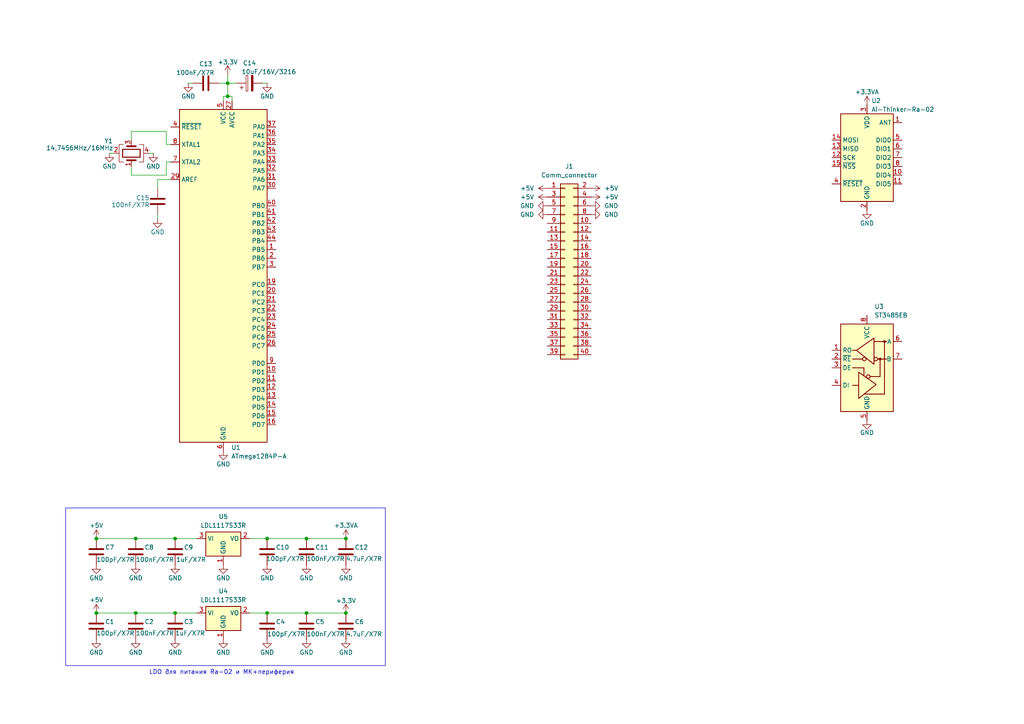
<source format=kicad_sch>
(kicad_sch
	(version 20250114)
	(generator "eeschema")
	(generator_version "9.0")
	(uuid "c590c88d-27c9-4e5a-a435-a42d9de70c1c")
	(paper "A4")
	(lib_symbols
		(symbol "Connector_Generic:Conn_02x20_Odd_Even"
			(pin_names
				(offset 1.016)
				(hide yes)
			)
			(exclude_from_sim no)
			(in_bom yes)
			(on_board yes)
			(property "Reference" "J"
				(at 1.27 25.4 0)
				(effects
					(font
						(size 1.27 1.27)
					)
				)
			)
			(property "Value" "Conn_02x20_Odd_Even"
				(at 1.27 -27.94 0)
				(effects
					(font
						(size 1.27 1.27)
					)
				)
			)
			(property "Footprint" ""
				(at 0 0 0)
				(effects
					(font
						(size 1.27 1.27)
					)
					(hide yes)
				)
			)
			(property "Datasheet" "~"
				(at 0 0 0)
				(effects
					(font
						(size 1.27 1.27)
					)
					(hide yes)
				)
			)
			(property "Description" "Generic connector, double row, 02x20, odd/even pin numbering scheme (row 1 odd numbers, row 2 even numbers), script generated (kicad-library-utils/schlib/autogen/connector/)"
				(at 0 0 0)
				(effects
					(font
						(size 1.27 1.27)
					)
					(hide yes)
				)
			)
			(property "ki_keywords" "connector"
				(at 0 0 0)
				(effects
					(font
						(size 1.27 1.27)
					)
					(hide yes)
				)
			)
			(property "ki_fp_filters" "Connector*:*_2x??_*"
				(at 0 0 0)
				(effects
					(font
						(size 1.27 1.27)
					)
					(hide yes)
				)
			)
			(symbol "Conn_02x20_Odd_Even_1_1"
				(rectangle
					(start -1.27 24.13)
					(end 3.81 -26.67)
					(stroke
						(width 0.254)
						(type default)
					)
					(fill
						(type background)
					)
				)
				(rectangle
					(start -1.27 22.987)
					(end 0 22.733)
					(stroke
						(width 0.1524)
						(type default)
					)
					(fill
						(type none)
					)
				)
				(rectangle
					(start -1.27 20.447)
					(end 0 20.193)
					(stroke
						(width 0.1524)
						(type default)
					)
					(fill
						(type none)
					)
				)
				(rectangle
					(start -1.27 17.907)
					(end 0 17.653)
					(stroke
						(width 0.1524)
						(type default)
					)
					(fill
						(type none)
					)
				)
				(rectangle
					(start -1.27 15.367)
					(end 0 15.113)
					(stroke
						(width 0.1524)
						(type default)
					)
					(fill
						(type none)
					)
				)
				(rectangle
					(start -1.27 12.827)
					(end 0 12.573)
					(stroke
						(width 0.1524)
						(type default)
					)
					(fill
						(type none)
					)
				)
				(rectangle
					(start -1.27 10.287)
					(end 0 10.033)
					(stroke
						(width 0.1524)
						(type default)
					)
					(fill
						(type none)
					)
				)
				(rectangle
					(start -1.27 7.747)
					(end 0 7.493)
					(stroke
						(width 0.1524)
						(type default)
					)
					(fill
						(type none)
					)
				)
				(rectangle
					(start -1.27 5.207)
					(end 0 4.953)
					(stroke
						(width 0.1524)
						(type default)
					)
					(fill
						(type none)
					)
				)
				(rectangle
					(start -1.27 2.667)
					(end 0 2.413)
					(stroke
						(width 0.1524)
						(type default)
					)
					(fill
						(type none)
					)
				)
				(rectangle
					(start -1.27 0.127)
					(end 0 -0.127)
					(stroke
						(width 0.1524)
						(type default)
					)
					(fill
						(type none)
					)
				)
				(rectangle
					(start -1.27 -2.413)
					(end 0 -2.667)
					(stroke
						(width 0.1524)
						(type default)
					)
					(fill
						(type none)
					)
				)
				(rectangle
					(start -1.27 -4.953)
					(end 0 -5.207)
					(stroke
						(width 0.1524)
						(type default)
					)
					(fill
						(type none)
					)
				)
				(rectangle
					(start -1.27 -7.493)
					(end 0 -7.747)
					(stroke
						(width 0.1524)
						(type default)
					)
					(fill
						(type none)
					)
				)
				(rectangle
					(start -1.27 -10.033)
					(end 0 -10.287)
					(stroke
						(width 0.1524)
						(type default)
					)
					(fill
						(type none)
					)
				)
				(rectangle
					(start -1.27 -12.573)
					(end 0 -12.827)
					(stroke
						(width 0.1524)
						(type default)
					)
					(fill
						(type none)
					)
				)
				(rectangle
					(start -1.27 -15.113)
					(end 0 -15.367)
					(stroke
						(width 0.1524)
						(type default)
					)
					(fill
						(type none)
					)
				)
				(rectangle
					(start -1.27 -17.653)
					(end 0 -17.907)
					(stroke
						(width 0.1524)
						(type default)
					)
					(fill
						(type none)
					)
				)
				(rectangle
					(start -1.27 -20.193)
					(end 0 -20.447)
					(stroke
						(width 0.1524)
						(type default)
					)
					(fill
						(type none)
					)
				)
				(rectangle
					(start -1.27 -22.733)
					(end 0 -22.987)
					(stroke
						(width 0.1524)
						(type default)
					)
					(fill
						(type none)
					)
				)
				(rectangle
					(start -1.27 -25.273)
					(end 0 -25.527)
					(stroke
						(width 0.1524)
						(type default)
					)
					(fill
						(type none)
					)
				)
				(rectangle
					(start 3.81 22.987)
					(end 2.54 22.733)
					(stroke
						(width 0.1524)
						(type default)
					)
					(fill
						(type none)
					)
				)
				(rectangle
					(start 3.81 20.447)
					(end 2.54 20.193)
					(stroke
						(width 0.1524)
						(type default)
					)
					(fill
						(type none)
					)
				)
				(rectangle
					(start 3.81 17.907)
					(end 2.54 17.653)
					(stroke
						(width 0.1524)
						(type default)
					)
					(fill
						(type none)
					)
				)
				(rectangle
					(start 3.81 15.367)
					(end 2.54 15.113)
					(stroke
						(width 0.1524)
						(type default)
					)
					(fill
						(type none)
					)
				)
				(rectangle
					(start 3.81 12.827)
					(end 2.54 12.573)
					(stroke
						(width 0.1524)
						(type default)
					)
					(fill
						(type none)
					)
				)
				(rectangle
					(start 3.81 10.287)
					(end 2.54 10.033)
					(stroke
						(width 0.1524)
						(type default)
					)
					(fill
						(type none)
					)
				)
				(rectangle
					(start 3.81 7.747)
					(end 2.54 7.493)
					(stroke
						(width 0.1524)
						(type default)
					)
					(fill
						(type none)
					)
				)
				(rectangle
					(start 3.81 5.207)
					(end 2.54 4.953)
					(stroke
						(width 0.1524)
						(type default)
					)
					(fill
						(type none)
					)
				)
				(rectangle
					(start 3.81 2.667)
					(end 2.54 2.413)
					(stroke
						(width 0.1524)
						(type default)
					)
					(fill
						(type none)
					)
				)
				(rectangle
					(start 3.81 0.127)
					(end 2.54 -0.127)
					(stroke
						(width 0.1524)
						(type default)
					)
					(fill
						(type none)
					)
				)
				(rectangle
					(start 3.81 -2.413)
					(end 2.54 -2.667)
					(stroke
						(width 0.1524)
						(type default)
					)
					(fill
						(type none)
					)
				)
				(rectangle
					(start 3.81 -4.953)
					(end 2.54 -5.207)
					(stroke
						(width 0.1524)
						(type default)
					)
					(fill
						(type none)
					)
				)
				(rectangle
					(start 3.81 -7.493)
					(end 2.54 -7.747)
					(stroke
						(width 0.1524)
						(type default)
					)
					(fill
						(type none)
					)
				)
				(rectangle
					(start 3.81 -10.033)
					(end 2.54 -10.287)
					(stroke
						(width 0.1524)
						(type default)
					)
					(fill
						(type none)
					)
				)
				(rectangle
					(start 3.81 -12.573)
					(end 2.54 -12.827)
					(stroke
						(width 0.1524)
						(type default)
					)
					(fill
						(type none)
					)
				)
				(rectangle
					(start 3.81 -15.113)
					(end 2.54 -15.367)
					(stroke
						(width 0.1524)
						(type default)
					)
					(fill
						(type none)
					)
				)
				(rectangle
					(start 3.81 -17.653)
					(end 2.54 -17.907)
					(stroke
						(width 0.1524)
						(type default)
					)
					(fill
						(type none)
					)
				)
				(rectangle
					(start 3.81 -20.193)
					(end 2.54 -20.447)
					(stroke
						(width 0.1524)
						(type default)
					)
					(fill
						(type none)
					)
				)
				(rectangle
					(start 3.81 -22.733)
					(end 2.54 -22.987)
					(stroke
						(width 0.1524)
						(type default)
					)
					(fill
						(type none)
					)
				)
				(rectangle
					(start 3.81 -25.273)
					(end 2.54 -25.527)
					(stroke
						(width 0.1524)
						(type default)
					)
					(fill
						(type none)
					)
				)
				(pin passive line
					(at -5.08 22.86 0)
					(length 3.81)
					(name "Pin_1"
						(effects
							(font
								(size 1.27 1.27)
							)
						)
					)
					(number "1"
						(effects
							(font
								(size 1.27 1.27)
							)
						)
					)
				)
				(pin passive line
					(at -5.08 20.32 0)
					(length 3.81)
					(name "Pin_3"
						(effects
							(font
								(size 1.27 1.27)
							)
						)
					)
					(number "3"
						(effects
							(font
								(size 1.27 1.27)
							)
						)
					)
				)
				(pin passive line
					(at -5.08 17.78 0)
					(length 3.81)
					(name "Pin_5"
						(effects
							(font
								(size 1.27 1.27)
							)
						)
					)
					(number "5"
						(effects
							(font
								(size 1.27 1.27)
							)
						)
					)
				)
				(pin passive line
					(at -5.08 15.24 0)
					(length 3.81)
					(name "Pin_7"
						(effects
							(font
								(size 1.27 1.27)
							)
						)
					)
					(number "7"
						(effects
							(font
								(size 1.27 1.27)
							)
						)
					)
				)
				(pin passive line
					(at -5.08 12.7 0)
					(length 3.81)
					(name "Pin_9"
						(effects
							(font
								(size 1.27 1.27)
							)
						)
					)
					(number "9"
						(effects
							(font
								(size 1.27 1.27)
							)
						)
					)
				)
				(pin passive line
					(at -5.08 10.16 0)
					(length 3.81)
					(name "Pin_11"
						(effects
							(font
								(size 1.27 1.27)
							)
						)
					)
					(number "11"
						(effects
							(font
								(size 1.27 1.27)
							)
						)
					)
				)
				(pin passive line
					(at -5.08 7.62 0)
					(length 3.81)
					(name "Pin_13"
						(effects
							(font
								(size 1.27 1.27)
							)
						)
					)
					(number "13"
						(effects
							(font
								(size 1.27 1.27)
							)
						)
					)
				)
				(pin passive line
					(at -5.08 5.08 0)
					(length 3.81)
					(name "Pin_15"
						(effects
							(font
								(size 1.27 1.27)
							)
						)
					)
					(number "15"
						(effects
							(font
								(size 1.27 1.27)
							)
						)
					)
				)
				(pin passive line
					(at -5.08 2.54 0)
					(length 3.81)
					(name "Pin_17"
						(effects
							(font
								(size 1.27 1.27)
							)
						)
					)
					(number "17"
						(effects
							(font
								(size 1.27 1.27)
							)
						)
					)
				)
				(pin passive line
					(at -5.08 0 0)
					(length 3.81)
					(name "Pin_19"
						(effects
							(font
								(size 1.27 1.27)
							)
						)
					)
					(number "19"
						(effects
							(font
								(size 1.27 1.27)
							)
						)
					)
				)
				(pin passive line
					(at -5.08 -2.54 0)
					(length 3.81)
					(name "Pin_21"
						(effects
							(font
								(size 1.27 1.27)
							)
						)
					)
					(number "21"
						(effects
							(font
								(size 1.27 1.27)
							)
						)
					)
				)
				(pin passive line
					(at -5.08 -5.08 0)
					(length 3.81)
					(name "Pin_23"
						(effects
							(font
								(size 1.27 1.27)
							)
						)
					)
					(number "23"
						(effects
							(font
								(size 1.27 1.27)
							)
						)
					)
				)
				(pin passive line
					(at -5.08 -7.62 0)
					(length 3.81)
					(name "Pin_25"
						(effects
							(font
								(size 1.27 1.27)
							)
						)
					)
					(number "25"
						(effects
							(font
								(size 1.27 1.27)
							)
						)
					)
				)
				(pin passive line
					(at -5.08 -10.16 0)
					(length 3.81)
					(name "Pin_27"
						(effects
							(font
								(size 1.27 1.27)
							)
						)
					)
					(number "27"
						(effects
							(font
								(size 1.27 1.27)
							)
						)
					)
				)
				(pin passive line
					(at -5.08 -12.7 0)
					(length 3.81)
					(name "Pin_29"
						(effects
							(font
								(size 1.27 1.27)
							)
						)
					)
					(number "29"
						(effects
							(font
								(size 1.27 1.27)
							)
						)
					)
				)
				(pin passive line
					(at -5.08 -15.24 0)
					(length 3.81)
					(name "Pin_31"
						(effects
							(font
								(size 1.27 1.27)
							)
						)
					)
					(number "31"
						(effects
							(font
								(size 1.27 1.27)
							)
						)
					)
				)
				(pin passive line
					(at -5.08 -17.78 0)
					(length 3.81)
					(name "Pin_33"
						(effects
							(font
								(size 1.27 1.27)
							)
						)
					)
					(number "33"
						(effects
							(font
								(size 1.27 1.27)
							)
						)
					)
				)
				(pin passive line
					(at -5.08 -20.32 0)
					(length 3.81)
					(name "Pin_35"
						(effects
							(font
								(size 1.27 1.27)
							)
						)
					)
					(number "35"
						(effects
							(font
								(size 1.27 1.27)
							)
						)
					)
				)
				(pin passive line
					(at -5.08 -22.86 0)
					(length 3.81)
					(name "Pin_37"
						(effects
							(font
								(size 1.27 1.27)
							)
						)
					)
					(number "37"
						(effects
							(font
								(size 1.27 1.27)
							)
						)
					)
				)
				(pin passive line
					(at -5.08 -25.4 0)
					(length 3.81)
					(name "Pin_39"
						(effects
							(font
								(size 1.27 1.27)
							)
						)
					)
					(number "39"
						(effects
							(font
								(size 1.27 1.27)
							)
						)
					)
				)
				(pin passive line
					(at 7.62 22.86 180)
					(length 3.81)
					(name "Pin_2"
						(effects
							(font
								(size 1.27 1.27)
							)
						)
					)
					(number "2"
						(effects
							(font
								(size 1.27 1.27)
							)
						)
					)
				)
				(pin passive line
					(at 7.62 20.32 180)
					(length 3.81)
					(name "Pin_4"
						(effects
							(font
								(size 1.27 1.27)
							)
						)
					)
					(number "4"
						(effects
							(font
								(size 1.27 1.27)
							)
						)
					)
				)
				(pin passive line
					(at 7.62 17.78 180)
					(length 3.81)
					(name "Pin_6"
						(effects
							(font
								(size 1.27 1.27)
							)
						)
					)
					(number "6"
						(effects
							(font
								(size 1.27 1.27)
							)
						)
					)
				)
				(pin passive line
					(at 7.62 15.24 180)
					(length 3.81)
					(name "Pin_8"
						(effects
							(font
								(size 1.27 1.27)
							)
						)
					)
					(number "8"
						(effects
							(font
								(size 1.27 1.27)
							)
						)
					)
				)
				(pin passive line
					(at 7.62 12.7 180)
					(length 3.81)
					(name "Pin_10"
						(effects
							(font
								(size 1.27 1.27)
							)
						)
					)
					(number "10"
						(effects
							(font
								(size 1.27 1.27)
							)
						)
					)
				)
				(pin passive line
					(at 7.62 10.16 180)
					(length 3.81)
					(name "Pin_12"
						(effects
							(font
								(size 1.27 1.27)
							)
						)
					)
					(number "12"
						(effects
							(font
								(size 1.27 1.27)
							)
						)
					)
				)
				(pin passive line
					(at 7.62 7.62 180)
					(length 3.81)
					(name "Pin_14"
						(effects
							(font
								(size 1.27 1.27)
							)
						)
					)
					(number "14"
						(effects
							(font
								(size 1.27 1.27)
							)
						)
					)
				)
				(pin passive line
					(at 7.62 5.08 180)
					(length 3.81)
					(name "Pin_16"
						(effects
							(font
								(size 1.27 1.27)
							)
						)
					)
					(number "16"
						(effects
							(font
								(size 1.27 1.27)
							)
						)
					)
				)
				(pin passive line
					(at 7.62 2.54 180)
					(length 3.81)
					(name "Pin_18"
						(effects
							(font
								(size 1.27 1.27)
							)
						)
					)
					(number "18"
						(effects
							(font
								(size 1.27 1.27)
							)
						)
					)
				)
				(pin passive line
					(at 7.62 0 180)
					(length 3.81)
					(name "Pin_20"
						(effects
							(font
								(size 1.27 1.27)
							)
						)
					)
					(number "20"
						(effects
							(font
								(size 1.27 1.27)
							)
						)
					)
				)
				(pin passive line
					(at 7.62 -2.54 180)
					(length 3.81)
					(name "Pin_22"
						(effects
							(font
								(size 1.27 1.27)
							)
						)
					)
					(number "22"
						(effects
							(font
								(size 1.27 1.27)
							)
						)
					)
				)
				(pin passive line
					(at 7.62 -5.08 180)
					(length 3.81)
					(name "Pin_24"
						(effects
							(font
								(size 1.27 1.27)
							)
						)
					)
					(number "24"
						(effects
							(font
								(size 1.27 1.27)
							)
						)
					)
				)
				(pin passive line
					(at 7.62 -7.62 180)
					(length 3.81)
					(name "Pin_26"
						(effects
							(font
								(size 1.27 1.27)
							)
						)
					)
					(number "26"
						(effects
							(font
								(size 1.27 1.27)
							)
						)
					)
				)
				(pin passive line
					(at 7.62 -10.16 180)
					(length 3.81)
					(name "Pin_28"
						(effects
							(font
								(size 1.27 1.27)
							)
						)
					)
					(number "28"
						(effects
							(font
								(size 1.27 1.27)
							)
						)
					)
				)
				(pin passive line
					(at 7.62 -12.7 180)
					(length 3.81)
					(name "Pin_30"
						(effects
							(font
								(size 1.27 1.27)
							)
						)
					)
					(number "30"
						(effects
							(font
								(size 1.27 1.27)
							)
						)
					)
				)
				(pin passive line
					(at 7.62 -15.24 180)
					(length 3.81)
					(name "Pin_32"
						(effects
							(font
								(size 1.27 1.27)
							)
						)
					)
					(number "32"
						(effects
							(font
								(size 1.27 1.27)
							)
						)
					)
				)
				(pin passive line
					(at 7.62 -17.78 180)
					(length 3.81)
					(name "Pin_34"
						(effects
							(font
								(size 1.27 1.27)
							)
						)
					)
					(number "34"
						(effects
							(font
								(size 1.27 1.27)
							)
						)
					)
				)
				(pin passive line
					(at 7.62 -20.32 180)
					(length 3.81)
					(name "Pin_36"
						(effects
							(font
								(size 1.27 1.27)
							)
						)
					)
					(number "36"
						(effects
							(font
								(size 1.27 1.27)
							)
						)
					)
				)
				(pin passive line
					(at 7.62 -22.86 180)
					(length 3.81)
					(name "Pin_38"
						(effects
							(font
								(size 1.27 1.27)
							)
						)
					)
					(number "38"
						(effects
							(font
								(size 1.27 1.27)
							)
						)
					)
				)
				(pin passive line
					(at 7.62 -25.4 180)
					(length 3.81)
					(name "Pin_40"
						(effects
							(font
								(size 1.27 1.27)
							)
						)
					)
					(number "40"
						(effects
							(font
								(size 1.27 1.27)
							)
						)
					)
				)
			)
			(embedded_fonts no)
		)
		(symbol "Device:C"
			(pin_numbers
				(hide yes)
			)
			(pin_names
				(offset 0.254)
			)
			(exclude_from_sim no)
			(in_bom yes)
			(on_board yes)
			(property "Reference" "C"
				(at 0.635 2.54 0)
				(effects
					(font
						(size 1.27 1.27)
					)
					(justify left)
				)
			)
			(property "Value" "C"
				(at 0.635 -2.54 0)
				(effects
					(font
						(size 1.27 1.27)
					)
					(justify left)
				)
			)
			(property "Footprint" ""
				(at 0.9652 -3.81 0)
				(effects
					(font
						(size 1.27 1.27)
					)
					(hide yes)
				)
			)
			(property "Datasheet" "~"
				(at 0 0 0)
				(effects
					(font
						(size 1.27 1.27)
					)
					(hide yes)
				)
			)
			(property "Description" "Unpolarized capacitor"
				(at 0 0 0)
				(effects
					(font
						(size 1.27 1.27)
					)
					(hide yes)
				)
			)
			(property "ki_keywords" "cap capacitor"
				(at 0 0 0)
				(effects
					(font
						(size 1.27 1.27)
					)
					(hide yes)
				)
			)
			(property "ki_fp_filters" "C_*"
				(at 0 0 0)
				(effects
					(font
						(size 1.27 1.27)
					)
					(hide yes)
				)
			)
			(symbol "C_0_1"
				(polyline
					(pts
						(xy -2.032 0.762) (xy 2.032 0.762)
					)
					(stroke
						(width 0.508)
						(type default)
					)
					(fill
						(type none)
					)
				)
				(polyline
					(pts
						(xy -2.032 -0.762) (xy 2.032 -0.762)
					)
					(stroke
						(width 0.508)
						(type default)
					)
					(fill
						(type none)
					)
				)
			)
			(symbol "C_1_1"
				(pin passive line
					(at 0 3.81 270)
					(length 2.794)
					(name "~"
						(effects
							(font
								(size 1.27 1.27)
							)
						)
					)
					(number "1"
						(effects
							(font
								(size 1.27 1.27)
							)
						)
					)
				)
				(pin passive line
					(at 0 -3.81 90)
					(length 2.794)
					(name "~"
						(effects
							(font
								(size 1.27 1.27)
							)
						)
					)
					(number "2"
						(effects
							(font
								(size 1.27 1.27)
							)
						)
					)
				)
			)
			(embedded_fonts no)
		)
		(symbol "Device:C_Polarized"
			(pin_numbers
				(hide yes)
			)
			(pin_names
				(offset 0.254)
			)
			(exclude_from_sim no)
			(in_bom yes)
			(on_board yes)
			(property "Reference" "C"
				(at 0.635 2.54 0)
				(effects
					(font
						(size 1.27 1.27)
					)
					(justify left)
				)
			)
			(property "Value" "C_Polarized"
				(at 0.635 -2.54 0)
				(effects
					(font
						(size 1.27 1.27)
					)
					(justify left)
				)
			)
			(property "Footprint" ""
				(at 0.9652 -3.81 0)
				(effects
					(font
						(size 1.27 1.27)
					)
					(hide yes)
				)
			)
			(property "Datasheet" "~"
				(at 0 0 0)
				(effects
					(font
						(size 1.27 1.27)
					)
					(hide yes)
				)
			)
			(property "Description" "Polarized capacitor"
				(at 0 0 0)
				(effects
					(font
						(size 1.27 1.27)
					)
					(hide yes)
				)
			)
			(property "ki_keywords" "cap capacitor"
				(at 0 0 0)
				(effects
					(font
						(size 1.27 1.27)
					)
					(hide yes)
				)
			)
			(property "ki_fp_filters" "CP_*"
				(at 0 0 0)
				(effects
					(font
						(size 1.27 1.27)
					)
					(hide yes)
				)
			)
			(symbol "C_Polarized_0_1"
				(rectangle
					(start -2.286 0.508)
					(end 2.286 1.016)
					(stroke
						(width 0)
						(type default)
					)
					(fill
						(type none)
					)
				)
				(polyline
					(pts
						(xy -1.778 2.286) (xy -0.762 2.286)
					)
					(stroke
						(width 0)
						(type default)
					)
					(fill
						(type none)
					)
				)
				(polyline
					(pts
						(xy -1.27 2.794) (xy -1.27 1.778)
					)
					(stroke
						(width 0)
						(type default)
					)
					(fill
						(type none)
					)
				)
				(rectangle
					(start 2.286 -0.508)
					(end -2.286 -1.016)
					(stroke
						(width 0)
						(type default)
					)
					(fill
						(type outline)
					)
				)
			)
			(symbol "C_Polarized_1_1"
				(pin passive line
					(at 0 3.81 270)
					(length 2.794)
					(name "~"
						(effects
							(font
								(size 1.27 1.27)
							)
						)
					)
					(number "1"
						(effects
							(font
								(size 1.27 1.27)
							)
						)
					)
				)
				(pin passive line
					(at 0 -3.81 90)
					(length 2.794)
					(name "~"
						(effects
							(font
								(size 1.27 1.27)
							)
						)
					)
					(number "2"
						(effects
							(font
								(size 1.27 1.27)
							)
						)
					)
				)
			)
			(embedded_fonts no)
		)
		(symbol "Device:Crystal_GND24"
			(pin_names
				(offset 1.016)
				(hide yes)
			)
			(exclude_from_sim no)
			(in_bom yes)
			(on_board yes)
			(property "Reference" "Y"
				(at 3.175 5.08 0)
				(effects
					(font
						(size 1.27 1.27)
					)
					(justify left)
				)
			)
			(property "Value" "Crystal_GND24"
				(at 3.175 3.175 0)
				(effects
					(font
						(size 1.27 1.27)
					)
					(justify left)
				)
			)
			(property "Footprint" ""
				(at 0 0 0)
				(effects
					(font
						(size 1.27 1.27)
					)
					(hide yes)
				)
			)
			(property "Datasheet" "~"
				(at 0 0 0)
				(effects
					(font
						(size 1.27 1.27)
					)
					(hide yes)
				)
			)
			(property "Description" "Four pin crystal, GND on pins 2 and 4"
				(at 0 0 0)
				(effects
					(font
						(size 1.27 1.27)
					)
					(hide yes)
				)
			)
			(property "ki_keywords" "quartz ceramic resonator oscillator"
				(at 0 0 0)
				(effects
					(font
						(size 1.27 1.27)
					)
					(hide yes)
				)
			)
			(property "ki_fp_filters" "Crystal*"
				(at 0 0 0)
				(effects
					(font
						(size 1.27 1.27)
					)
					(hide yes)
				)
			)
			(symbol "Crystal_GND24_0_1"
				(polyline
					(pts
						(xy -2.54 2.286) (xy -2.54 3.556) (xy 2.54 3.556) (xy 2.54 2.286)
					)
					(stroke
						(width 0)
						(type default)
					)
					(fill
						(type none)
					)
				)
				(polyline
					(pts
						(xy -2.54 0) (xy -2.032 0)
					)
					(stroke
						(width 0)
						(type default)
					)
					(fill
						(type none)
					)
				)
				(polyline
					(pts
						(xy -2.54 -2.286) (xy -2.54 -3.556) (xy 2.54 -3.556) (xy 2.54 -2.286)
					)
					(stroke
						(width 0)
						(type default)
					)
					(fill
						(type none)
					)
				)
				(polyline
					(pts
						(xy -2.032 -1.27) (xy -2.032 1.27)
					)
					(stroke
						(width 0.508)
						(type default)
					)
					(fill
						(type none)
					)
				)
				(rectangle
					(start -1.143 2.54)
					(end 1.143 -2.54)
					(stroke
						(width 0.3048)
						(type default)
					)
					(fill
						(type none)
					)
				)
				(polyline
					(pts
						(xy 0 3.556) (xy 0 3.81)
					)
					(stroke
						(width 0)
						(type default)
					)
					(fill
						(type none)
					)
				)
				(polyline
					(pts
						(xy 0 -3.81) (xy 0 -3.556)
					)
					(stroke
						(width 0)
						(type default)
					)
					(fill
						(type none)
					)
				)
				(polyline
					(pts
						(xy 2.032 0) (xy 2.54 0)
					)
					(stroke
						(width 0)
						(type default)
					)
					(fill
						(type none)
					)
				)
				(polyline
					(pts
						(xy 2.032 -1.27) (xy 2.032 1.27)
					)
					(stroke
						(width 0.508)
						(type default)
					)
					(fill
						(type none)
					)
				)
			)
			(symbol "Crystal_GND24_1_1"
				(pin passive line
					(at -3.81 0 0)
					(length 1.27)
					(name "1"
						(effects
							(font
								(size 1.27 1.27)
							)
						)
					)
					(number "1"
						(effects
							(font
								(size 1.27 1.27)
							)
						)
					)
				)
				(pin passive line
					(at 0 5.08 270)
					(length 1.27)
					(name "2"
						(effects
							(font
								(size 1.27 1.27)
							)
						)
					)
					(number "2"
						(effects
							(font
								(size 1.27 1.27)
							)
						)
					)
				)
				(pin passive line
					(at 0 -5.08 90)
					(length 1.27)
					(name "4"
						(effects
							(font
								(size 1.27 1.27)
							)
						)
					)
					(number "4"
						(effects
							(font
								(size 1.27 1.27)
							)
						)
					)
				)
				(pin passive line
					(at 3.81 0 180)
					(length 1.27)
					(name "3"
						(effects
							(font
								(size 1.27 1.27)
							)
						)
					)
					(number "3"
						(effects
							(font
								(size 1.27 1.27)
							)
						)
					)
				)
			)
			(embedded_fonts no)
		)
		(symbol "Interface_UART:MAX3485"
			(exclude_from_sim no)
			(in_bom yes)
			(on_board yes)
			(property "Reference" "U"
				(at -6.985 13.97 0)
				(effects
					(font
						(size 1.27 1.27)
					)
				)
			)
			(property "Value" "MAX3485"
				(at 1.905 13.97 0)
				(effects
					(font
						(size 1.27 1.27)
					)
					(justify left)
				)
			)
			(property "Footprint" "Package_SO:SOIC-8_3.9x4.9mm_P1.27mm"
				(at 0 -22.86 0)
				(effects
					(font
						(size 1.27 1.27)
					)
					(hide yes)
				)
			)
			(property "Datasheet" "https://datasheets.maximintegrated.com/en/ds/MAX3483-MAX3491.pdf"
				(at 0 1.27 0)
				(effects
					(font
						(size 1.27 1.27)
					)
					(hide yes)
				)
			)
			(property "Description" "True RS-485/RS-422, 10Mbps, Slew-Rate Limited, with low-power shutdown, with receiver/driver enable, 32 receiver drive capacitity, DIP-8 and SOIC-8"
				(at 0 0 0)
				(effects
					(font
						(size 1.27 1.27)
					)
					(hide yes)
				)
			)
			(property "ki_keywords" "RS-485 RS-422 UART line-driver transceiver"
				(at 0 0 0)
				(effects
					(font
						(size 1.27 1.27)
					)
					(hide yes)
				)
			)
			(property "ki_fp_filters" "DIP*W7.62mm* SOIC*3.9x4.9mm*P1.27mm*"
				(at 0 0 0)
				(effects
					(font
						(size 1.27 1.27)
					)
					(hide yes)
				)
			)
			(symbol "MAX3485_0_1"
				(rectangle
					(start -7.62 12.7)
					(end 7.62 -12.7)
					(stroke
						(width 0.254)
						(type default)
					)
					(fill
						(type background)
					)
				)
				(polyline
					(pts
						(xy -4.191 2.54) (xy -1.27 2.54)
					)
					(stroke
						(width 0.254)
						(type default)
					)
					(fill
						(type none)
					)
				)
				(polyline
					(pts
						(xy -4.191 0) (xy -0.889 0) (xy -0.889 -2.286)
					)
					(stroke
						(width 0.254)
						(type default)
					)
					(fill
						(type none)
					)
				)
				(polyline
					(pts
						(xy -3.175 5.08) (xy -4.191 5.08) (xy -4.064 5.08)
					)
					(stroke
						(width 0.254)
						(type default)
					)
					(fill
						(type none)
					)
				)
				(polyline
					(pts
						(xy -2.54 -5.08) (xy -4.191 -5.08)
					)
					(stroke
						(width 0.254)
						(type default)
					)
					(fill
						(type none)
					)
				)
				(polyline
					(pts
						(xy -2.413 -5.08) (xy -2.413 -1.27) (xy 2.667 -4.826) (xy -2.413 -8.89) (xy -2.413 -5.08)
					)
					(stroke
						(width 0.254)
						(type default)
					)
					(fill
						(type none)
					)
				)
				(polyline
					(pts
						(xy -0.635 -7.62) (xy 5.08 -7.62)
					)
					(stroke
						(width 0.254)
						(type default)
					)
					(fill
						(type none)
					)
				)
				(circle
					(center 0.381 -2.54)
					(radius 0.508)
					(stroke
						(width 0.254)
						(type default)
					)
					(fill
						(type none)
					)
				)
				(polyline
					(pts
						(xy 0.889 -2.54) (xy 3.81 -2.54)
					)
					(stroke
						(width 0.254)
						(type default)
					)
					(fill
						(type none)
					)
				)
				(polyline
					(pts
						(xy 2.032 7.62) (xy 5.715 7.62)
					)
					(stroke
						(width 0.254)
						(type default)
					)
					(fill
						(type none)
					)
				)
				(polyline
					(pts
						(xy 3.048 2.54) (xy 5.715 2.54)
					)
					(stroke
						(width 0.254)
						(type default)
					)
					(fill
						(type none)
					)
				)
				(circle
					(center 3.81 2.54)
					(radius 0.2794)
					(stroke
						(width 0.254)
						(type default)
					)
					(fill
						(type outline)
					)
				)
				(polyline
					(pts
						(xy 3.81 -2.54) (xy 3.81 2.54)
					)
					(stroke
						(width 0.254)
						(type default)
					)
					(fill
						(type none)
					)
				)
				(polyline
					(pts
						(xy 5.08 -7.62) (xy 5.08 7.62)
					)
					(stroke
						(width 0.254)
						(type default)
					)
					(fill
						(type none)
					)
				)
			)
			(symbol "MAX3485_1_1"
				(circle
					(center -0.762 2.54)
					(radius 0.508)
					(stroke
						(width 0.254)
						(type default)
					)
					(fill
						(type none)
					)
				)
				(polyline
					(pts
						(xy 2.032 4.826) (xy 2.032 8.636) (xy -3.048 5.08) (xy 2.032 1.016) (xy 2.032 4.826)
					)
					(stroke
						(width 0.254)
						(type default)
					)
					(fill
						(type none)
					)
				)
				(circle
					(center 2.54 2.54)
					(radius 0.508)
					(stroke
						(width 0.254)
						(type default)
					)
					(fill
						(type none)
					)
				)
				(circle
					(center 5.08 7.62)
					(radius 0.2794)
					(stroke
						(width 0.254)
						(type default)
					)
					(fill
						(type outline)
					)
				)
				(pin output line
					(at -10.16 5.08 0)
					(length 2.54)
					(name "RO"
						(effects
							(font
								(size 1.27 1.27)
							)
						)
					)
					(number "1"
						(effects
							(font
								(size 1.27 1.27)
							)
						)
					)
				)
				(pin input line
					(at -10.16 2.54 0)
					(length 2.54)
					(name "~{RE}"
						(effects
							(font
								(size 1.27 1.27)
							)
						)
					)
					(number "2"
						(effects
							(font
								(size 1.27 1.27)
							)
						)
					)
				)
				(pin input line
					(at -10.16 0 0)
					(length 2.54)
					(name "DE"
						(effects
							(font
								(size 1.27 1.27)
							)
						)
					)
					(number "3"
						(effects
							(font
								(size 1.27 1.27)
							)
						)
					)
				)
				(pin input line
					(at -10.16 -5.08 0)
					(length 2.54)
					(name "DI"
						(effects
							(font
								(size 1.27 1.27)
							)
						)
					)
					(number "4"
						(effects
							(font
								(size 1.27 1.27)
							)
						)
					)
				)
				(pin power_in line
					(at 0 15.24 270)
					(length 2.54)
					(name "VCC"
						(effects
							(font
								(size 1.27 1.27)
							)
						)
					)
					(number "8"
						(effects
							(font
								(size 1.27 1.27)
							)
						)
					)
				)
				(pin power_in line
					(at 0 -15.24 90)
					(length 2.54)
					(name "GND"
						(effects
							(font
								(size 1.27 1.27)
							)
						)
					)
					(number "5"
						(effects
							(font
								(size 1.27 1.27)
							)
						)
					)
				)
				(pin bidirectional line
					(at 10.16 7.62 180)
					(length 2.54)
					(name "A"
						(effects
							(font
								(size 1.27 1.27)
							)
						)
					)
					(number "6"
						(effects
							(font
								(size 1.27 1.27)
							)
						)
					)
				)
				(pin bidirectional line
					(at 10.16 2.54 180)
					(length 2.54)
					(name "B"
						(effects
							(font
								(size 1.27 1.27)
							)
						)
					)
					(number "7"
						(effects
							(font
								(size 1.27 1.27)
							)
						)
					)
				)
			)
			(embedded_fonts no)
		)
		(symbol "MCU_Microchip_ATmega:ATmega1284P-A"
			(exclude_from_sim no)
			(in_bom yes)
			(on_board yes)
			(property "Reference" "U"
				(at -12.7 49.53 0)
				(effects
					(font
						(size 1.27 1.27)
					)
					(justify left bottom)
				)
			)
			(property "Value" "ATmega1284P-A"
				(at 2.54 -49.53 0)
				(effects
					(font
						(size 1.27 1.27)
					)
					(justify left top)
				)
			)
			(property "Footprint" "Package_QFP:TQFP-44_10x10mm_P0.8mm"
				(at 0 0 0)
				(effects
					(font
						(size 1.27 1.27)
						(italic yes)
					)
					(hide yes)
				)
			)
			(property "Datasheet" "http://ww1.microchip.com/downloads/en/DeviceDoc/Atmel-8272-8-bit-AVR-microcontroller-ATmega164A_PA-324A_PA-644A_PA-1284_P_datasheet.pdf"
				(at 0 0 0)
				(effects
					(font
						(size 1.27 1.27)
					)
					(hide yes)
				)
			)
			(property "Description" "20MHz, 128kB Flash, 16kB SRAM, 4kB EEPROM, JTAG, TQFP-44"
				(at 0 0 0)
				(effects
					(font
						(size 1.27 1.27)
					)
					(hide yes)
				)
			)
			(property "ki_keywords" "AVR 8bit Microcontroller MegaAVR PicoPower"
				(at 0 0 0)
				(effects
					(font
						(size 1.27 1.27)
					)
					(hide yes)
				)
			)
			(property "ki_fp_filters" "TQFP*10x10mm*P0.8mm*"
				(at 0 0 0)
				(effects
					(font
						(size 1.27 1.27)
					)
					(hide yes)
				)
			)
			(symbol "ATmega1284P-A_0_1"
				(rectangle
					(start -12.7 -48.26)
					(end 12.7 48.26)
					(stroke
						(width 0.254)
						(type default)
					)
					(fill
						(type background)
					)
				)
			)
			(symbol "ATmega1284P-A_1_1"
				(pin input line
					(at -15.24 43.18 0)
					(length 2.54)
					(name "~{RESET}"
						(effects
							(font
								(size 1.27 1.27)
							)
						)
					)
					(number "4"
						(effects
							(font
								(size 1.27 1.27)
							)
						)
					)
				)
				(pin input line
					(at -15.24 38.1 0)
					(length 2.54)
					(name "XTAL1"
						(effects
							(font
								(size 1.27 1.27)
							)
						)
					)
					(number "8"
						(effects
							(font
								(size 1.27 1.27)
							)
						)
					)
				)
				(pin output line
					(at -15.24 33.02 0)
					(length 2.54)
					(name "XTAL2"
						(effects
							(font
								(size 1.27 1.27)
							)
						)
					)
					(number "7"
						(effects
							(font
								(size 1.27 1.27)
							)
						)
					)
				)
				(pin passive line
					(at -15.24 27.94 0)
					(length 2.54)
					(name "AREF"
						(effects
							(font
								(size 1.27 1.27)
							)
						)
					)
					(number "29"
						(effects
							(font
								(size 1.27 1.27)
							)
						)
					)
				)
				(pin passive line
					(at 0 50.8 270)
					(length 2.54)
					(hide yes)
					(name "VCC"
						(effects
							(font
								(size 1.27 1.27)
							)
						)
					)
					(number "17"
						(effects
							(font
								(size 1.27 1.27)
							)
						)
					)
				)
				(pin passive line
					(at 0 50.8 270)
					(length 2.54)
					(hide yes)
					(name "VCC"
						(effects
							(font
								(size 1.27 1.27)
							)
						)
					)
					(number "38"
						(effects
							(font
								(size 1.27 1.27)
							)
						)
					)
				)
				(pin power_in line
					(at 0 50.8 270)
					(length 2.54)
					(name "VCC"
						(effects
							(font
								(size 1.27 1.27)
							)
						)
					)
					(number "5"
						(effects
							(font
								(size 1.27 1.27)
							)
						)
					)
				)
				(pin passive line
					(at 0 -50.8 90)
					(length 2.54)
					(hide yes)
					(name "GND"
						(effects
							(font
								(size 1.27 1.27)
							)
						)
					)
					(number "18"
						(effects
							(font
								(size 1.27 1.27)
							)
						)
					)
				)
				(pin passive line
					(at 0 -50.8 90)
					(length 2.54)
					(hide yes)
					(name "GND"
						(effects
							(font
								(size 1.27 1.27)
							)
						)
					)
					(number "28"
						(effects
							(font
								(size 1.27 1.27)
							)
						)
					)
				)
				(pin passive line
					(at 0 -50.8 90)
					(length 2.54)
					(hide yes)
					(name "GND"
						(effects
							(font
								(size 1.27 1.27)
							)
						)
					)
					(number "39"
						(effects
							(font
								(size 1.27 1.27)
							)
						)
					)
				)
				(pin power_in line
					(at 0 -50.8 90)
					(length 2.54)
					(name "GND"
						(effects
							(font
								(size 1.27 1.27)
							)
						)
					)
					(number "6"
						(effects
							(font
								(size 1.27 1.27)
							)
						)
					)
				)
				(pin power_in line
					(at 2.54 50.8 270)
					(length 2.54)
					(name "AVCC"
						(effects
							(font
								(size 1.27 1.27)
							)
						)
					)
					(number "27"
						(effects
							(font
								(size 1.27 1.27)
							)
						)
					)
				)
				(pin bidirectional line
					(at 15.24 43.18 180)
					(length 2.54)
					(name "PA0"
						(effects
							(font
								(size 1.27 1.27)
							)
						)
					)
					(number "37"
						(effects
							(font
								(size 1.27 1.27)
							)
						)
					)
				)
				(pin bidirectional line
					(at 15.24 40.64 180)
					(length 2.54)
					(name "PA1"
						(effects
							(font
								(size 1.27 1.27)
							)
						)
					)
					(number "36"
						(effects
							(font
								(size 1.27 1.27)
							)
						)
					)
				)
				(pin bidirectional line
					(at 15.24 38.1 180)
					(length 2.54)
					(name "PA2"
						(effects
							(font
								(size 1.27 1.27)
							)
						)
					)
					(number "35"
						(effects
							(font
								(size 1.27 1.27)
							)
						)
					)
				)
				(pin bidirectional line
					(at 15.24 35.56 180)
					(length 2.54)
					(name "PA3"
						(effects
							(font
								(size 1.27 1.27)
							)
						)
					)
					(number "34"
						(effects
							(font
								(size 1.27 1.27)
							)
						)
					)
				)
				(pin bidirectional line
					(at 15.24 33.02 180)
					(length 2.54)
					(name "PA4"
						(effects
							(font
								(size 1.27 1.27)
							)
						)
					)
					(number "33"
						(effects
							(font
								(size 1.27 1.27)
							)
						)
					)
				)
				(pin bidirectional line
					(at 15.24 30.48 180)
					(length 2.54)
					(name "PA5"
						(effects
							(font
								(size 1.27 1.27)
							)
						)
					)
					(number "32"
						(effects
							(font
								(size 1.27 1.27)
							)
						)
					)
				)
				(pin bidirectional line
					(at 15.24 27.94 180)
					(length 2.54)
					(name "PA6"
						(effects
							(font
								(size 1.27 1.27)
							)
						)
					)
					(number "31"
						(effects
							(font
								(size 1.27 1.27)
							)
						)
					)
				)
				(pin bidirectional line
					(at 15.24 25.4 180)
					(length 2.54)
					(name "PA7"
						(effects
							(font
								(size 1.27 1.27)
							)
						)
					)
					(number "30"
						(effects
							(font
								(size 1.27 1.27)
							)
						)
					)
				)
				(pin bidirectional line
					(at 15.24 20.32 180)
					(length 2.54)
					(name "PB0"
						(effects
							(font
								(size 1.27 1.27)
							)
						)
					)
					(number "40"
						(effects
							(font
								(size 1.27 1.27)
							)
						)
					)
				)
				(pin bidirectional line
					(at 15.24 17.78 180)
					(length 2.54)
					(name "PB1"
						(effects
							(font
								(size 1.27 1.27)
							)
						)
					)
					(number "41"
						(effects
							(font
								(size 1.27 1.27)
							)
						)
					)
				)
				(pin bidirectional line
					(at 15.24 15.24 180)
					(length 2.54)
					(name "PB2"
						(effects
							(font
								(size 1.27 1.27)
							)
						)
					)
					(number "42"
						(effects
							(font
								(size 1.27 1.27)
							)
						)
					)
				)
				(pin bidirectional line
					(at 15.24 12.7 180)
					(length 2.54)
					(name "PB3"
						(effects
							(font
								(size 1.27 1.27)
							)
						)
					)
					(number "43"
						(effects
							(font
								(size 1.27 1.27)
							)
						)
					)
				)
				(pin bidirectional line
					(at 15.24 10.16 180)
					(length 2.54)
					(name "PB4"
						(effects
							(font
								(size 1.27 1.27)
							)
						)
					)
					(number "44"
						(effects
							(font
								(size 1.27 1.27)
							)
						)
					)
				)
				(pin bidirectional line
					(at 15.24 7.62 180)
					(length 2.54)
					(name "PB5"
						(effects
							(font
								(size 1.27 1.27)
							)
						)
					)
					(number "1"
						(effects
							(font
								(size 1.27 1.27)
							)
						)
					)
				)
				(pin bidirectional line
					(at 15.24 5.08 180)
					(length 2.54)
					(name "PB6"
						(effects
							(font
								(size 1.27 1.27)
							)
						)
					)
					(number "2"
						(effects
							(font
								(size 1.27 1.27)
							)
						)
					)
				)
				(pin bidirectional line
					(at 15.24 2.54 180)
					(length 2.54)
					(name "PB7"
						(effects
							(font
								(size 1.27 1.27)
							)
						)
					)
					(number "3"
						(effects
							(font
								(size 1.27 1.27)
							)
						)
					)
				)
				(pin bidirectional line
					(at 15.24 -2.54 180)
					(length 2.54)
					(name "PC0"
						(effects
							(font
								(size 1.27 1.27)
							)
						)
					)
					(number "19"
						(effects
							(font
								(size 1.27 1.27)
							)
						)
					)
				)
				(pin bidirectional line
					(at 15.24 -5.08 180)
					(length 2.54)
					(name "PC1"
						(effects
							(font
								(size 1.27 1.27)
							)
						)
					)
					(number "20"
						(effects
							(font
								(size 1.27 1.27)
							)
						)
					)
				)
				(pin bidirectional line
					(at 15.24 -7.62 180)
					(length 2.54)
					(name "PC2"
						(effects
							(font
								(size 1.27 1.27)
							)
						)
					)
					(number "21"
						(effects
							(font
								(size 1.27 1.27)
							)
						)
					)
				)
				(pin bidirectional line
					(at 15.24 -10.16 180)
					(length 2.54)
					(name "PC3"
						(effects
							(font
								(size 1.27 1.27)
							)
						)
					)
					(number "22"
						(effects
							(font
								(size 1.27 1.27)
							)
						)
					)
				)
				(pin bidirectional line
					(at 15.24 -12.7 180)
					(length 2.54)
					(name "PC4"
						(effects
							(font
								(size 1.27 1.27)
							)
						)
					)
					(number "23"
						(effects
							(font
								(size 1.27 1.27)
							)
						)
					)
				)
				(pin bidirectional line
					(at 15.24 -15.24 180)
					(length 2.54)
					(name "PC5"
						(effects
							(font
								(size 1.27 1.27)
							)
						)
					)
					(number "24"
						(effects
							(font
								(size 1.27 1.27)
							)
						)
					)
				)
				(pin bidirectional line
					(at 15.24 -17.78 180)
					(length 2.54)
					(name "PC6"
						(effects
							(font
								(size 1.27 1.27)
							)
						)
					)
					(number "25"
						(effects
							(font
								(size 1.27 1.27)
							)
						)
					)
				)
				(pin bidirectional line
					(at 15.24 -20.32 180)
					(length 2.54)
					(name "PC7"
						(effects
							(font
								(size 1.27 1.27)
							)
						)
					)
					(number "26"
						(effects
							(font
								(size 1.27 1.27)
							)
						)
					)
				)
				(pin bidirectional line
					(at 15.24 -25.4 180)
					(length 2.54)
					(name "PD0"
						(effects
							(font
								(size 1.27 1.27)
							)
						)
					)
					(number "9"
						(effects
							(font
								(size 1.27 1.27)
							)
						)
					)
				)
				(pin bidirectional line
					(at 15.24 -27.94 180)
					(length 2.54)
					(name "PD1"
						(effects
							(font
								(size 1.27 1.27)
							)
						)
					)
					(number "10"
						(effects
							(font
								(size 1.27 1.27)
							)
						)
					)
				)
				(pin bidirectional line
					(at 15.24 -30.48 180)
					(length 2.54)
					(name "PD2"
						(effects
							(font
								(size 1.27 1.27)
							)
						)
					)
					(number "11"
						(effects
							(font
								(size 1.27 1.27)
							)
						)
					)
				)
				(pin bidirectional line
					(at 15.24 -33.02 180)
					(length 2.54)
					(name "PD3"
						(effects
							(font
								(size 1.27 1.27)
							)
						)
					)
					(number "12"
						(effects
							(font
								(size 1.27 1.27)
							)
						)
					)
				)
				(pin bidirectional line
					(at 15.24 -35.56 180)
					(length 2.54)
					(name "PD4"
						(effects
							(font
								(size 1.27 1.27)
							)
						)
					)
					(number "13"
						(effects
							(font
								(size 1.27 1.27)
							)
						)
					)
				)
				(pin bidirectional line
					(at 15.24 -38.1 180)
					(length 2.54)
					(name "PD5"
						(effects
							(font
								(size 1.27 1.27)
							)
						)
					)
					(number "14"
						(effects
							(font
								(size 1.27 1.27)
							)
						)
					)
				)
				(pin bidirectional line
					(at 15.24 -40.64 180)
					(length 2.54)
					(name "PD6"
						(effects
							(font
								(size 1.27 1.27)
							)
						)
					)
					(number "15"
						(effects
							(font
								(size 1.27 1.27)
							)
						)
					)
				)
				(pin bidirectional line
					(at 15.24 -43.18 180)
					(length 2.54)
					(name "PD7"
						(effects
							(font
								(size 1.27 1.27)
							)
						)
					)
					(number "16"
						(effects
							(font
								(size 1.27 1.27)
							)
						)
					)
				)
			)
			(embedded_fonts no)
		)
		(symbol "RF_Module:Ai-Thinker-Ra-01"
			(exclude_from_sim no)
			(in_bom yes)
			(on_board yes)
			(property "Reference" "U"
				(at 2.54 17.78 0)
				(effects
					(font
						(size 1.27 1.27)
					)
				)
			)
			(property "Value" "Ai-Thinker-Ra-01"
				(at 13.97 -15.24 0)
				(effects
					(font
						(size 1.27 1.27)
					)
				)
			)
			(property "Footprint" "RF_Module:Ai-Thinker-Ra-01-LoRa"
				(at 25.4 -10.16 0)
				(effects
					(font
						(size 1.27 1.27)
					)
					(hide yes)
				)
			)
			(property "Datasheet" "http://wiki.ai-thinker.com/_media/lora/docs/c047ps01a1_ra-01_product_specification_v1.1.pdf"
				(at 2.54 17.78 0)
				(effects
					(font
						(size 1.27 1.27)
					)
					(hide yes)
				)
			)
			(property "Description" "Ai-Thinker Ra-01 410-525 MHz LoRa Module, SPI interface, external antenna"
				(at 0 0 0)
				(effects
					(font
						(size 1.27 1.27)
					)
					(hide yes)
				)
			)
			(property "ki_keywords" "Ra-01 LoRa"
				(at 0 0 0)
				(effects
					(font
						(size 1.27 1.27)
					)
					(hide yes)
				)
			)
			(property "ki_fp_filters" "Ai?Thinker?Ra?01*"
				(at 0 0 0)
				(effects
					(font
						(size 1.27 1.27)
					)
					(hide yes)
				)
			)
			(symbol "Ai-Thinker-Ra-01_0_1"
				(rectangle
					(start -7.62 12.7)
					(end 7.62 -12.7)
					(stroke
						(width 0.254)
						(type default)
					)
					(fill
						(type background)
					)
				)
			)
			(symbol "Ai-Thinker-Ra-01_1_1"
				(pin input line
					(at -10.16 5.08 0)
					(length 2.54)
					(name "MOSI"
						(effects
							(font
								(size 1.27 1.27)
							)
						)
					)
					(number "14"
						(effects
							(font
								(size 1.27 1.27)
							)
						)
					)
				)
				(pin output line
					(at -10.16 2.54 0)
					(length 2.54)
					(name "MISO"
						(effects
							(font
								(size 1.27 1.27)
							)
						)
					)
					(number "13"
						(effects
							(font
								(size 1.27 1.27)
							)
						)
					)
				)
				(pin input line
					(at -10.16 0 0)
					(length 2.54)
					(name "SCK"
						(effects
							(font
								(size 1.27 1.27)
							)
						)
					)
					(number "12"
						(effects
							(font
								(size 1.27 1.27)
							)
						)
					)
				)
				(pin input line
					(at -10.16 -2.54 0)
					(length 2.54)
					(name "~{NSS}"
						(effects
							(font
								(size 1.27 1.27)
							)
						)
					)
					(number "15"
						(effects
							(font
								(size 1.27 1.27)
							)
						)
					)
				)
				(pin input line
					(at -10.16 -7.62 0)
					(length 2.54)
					(name "~{RESET}"
						(effects
							(font
								(size 1.27 1.27)
							)
						)
					)
					(number "4"
						(effects
							(font
								(size 1.27 1.27)
							)
						)
					)
				)
				(pin power_in line
					(at 0 15.24 270)
					(length 2.54)
					(name "VDD"
						(effects
							(font
								(size 1.27 1.27)
							)
						)
					)
					(number "3"
						(effects
							(font
								(size 1.27 1.27)
							)
						)
					)
				)
				(pin passive line
					(at 0 -15.24 90)
					(length 2.54)
					(hide yes)
					(name "GND"
						(effects
							(font
								(size 1.27 1.27)
							)
						)
					)
					(number "16"
						(effects
							(font
								(size 1.27 1.27)
							)
						)
					)
				)
				(pin power_in line
					(at 0 -15.24 90)
					(length 2.54)
					(name "GND"
						(effects
							(font
								(size 1.27 1.27)
							)
						)
					)
					(number "2"
						(effects
							(font
								(size 1.27 1.27)
							)
						)
					)
				)
				(pin passive line
					(at 0 -15.24 90)
					(length 2.54)
					(hide yes)
					(name "GND"
						(effects
							(font
								(size 1.27 1.27)
							)
						)
					)
					(number "9"
						(effects
							(font
								(size 1.27 1.27)
							)
						)
					)
				)
				(pin passive line
					(at 10.16 10.16 180)
					(length 2.54)
					(name "ANT"
						(effects
							(font
								(size 1.27 1.27)
							)
						)
					)
					(number "1"
						(effects
							(font
								(size 1.27 1.27)
							)
						)
					)
				)
				(pin bidirectional line
					(at 10.16 5.08 180)
					(length 2.54)
					(name "DIO0"
						(effects
							(font
								(size 1.27 1.27)
							)
						)
					)
					(number "5"
						(effects
							(font
								(size 1.27 1.27)
							)
						)
					)
				)
				(pin bidirectional line
					(at 10.16 2.54 180)
					(length 2.54)
					(name "DIO1"
						(effects
							(font
								(size 1.27 1.27)
							)
						)
					)
					(number "6"
						(effects
							(font
								(size 1.27 1.27)
							)
						)
					)
				)
				(pin bidirectional line
					(at 10.16 0 180)
					(length 2.54)
					(name "DIO2"
						(effects
							(font
								(size 1.27 1.27)
							)
						)
					)
					(number "7"
						(effects
							(font
								(size 1.27 1.27)
							)
						)
					)
				)
				(pin bidirectional line
					(at 10.16 -2.54 180)
					(length 2.54)
					(name "DIO3"
						(effects
							(font
								(size 1.27 1.27)
							)
						)
					)
					(number "8"
						(effects
							(font
								(size 1.27 1.27)
							)
						)
					)
				)
				(pin bidirectional line
					(at 10.16 -5.08 180)
					(length 2.54)
					(name "DIO4"
						(effects
							(font
								(size 1.27 1.27)
							)
						)
					)
					(number "10"
						(effects
							(font
								(size 1.27 1.27)
							)
						)
					)
				)
				(pin bidirectional line
					(at 10.16 -7.62 180)
					(length 2.54)
					(name "DIO5"
						(effects
							(font
								(size 1.27 1.27)
							)
						)
					)
					(number "11"
						(effects
							(font
								(size 1.27 1.27)
							)
						)
					)
				)
			)
			(embedded_fonts no)
		)
		(symbol "Regulator_Linear:AMS1117-3.3"
			(exclude_from_sim no)
			(in_bom yes)
			(on_board yes)
			(property "Reference" "U"
				(at -3.81 3.175 0)
				(effects
					(font
						(size 1.27 1.27)
					)
				)
			)
			(property "Value" "AMS1117-3.3"
				(at 0 3.175 0)
				(effects
					(font
						(size 1.27 1.27)
					)
					(justify left)
				)
			)
			(property "Footprint" "Package_TO_SOT_SMD:SOT-223-3_TabPin2"
				(at 0 5.08 0)
				(effects
					(font
						(size 1.27 1.27)
					)
					(hide yes)
				)
			)
			(property "Datasheet" "http://www.advanced-monolithic.com/pdf/ds1117.pdf"
				(at 2.54 -6.35 0)
				(effects
					(font
						(size 1.27 1.27)
					)
					(hide yes)
				)
			)
			(property "Description" "1A Low Dropout regulator, positive, 3.3V fixed output, SOT-223"
				(at 0 0 0)
				(effects
					(font
						(size 1.27 1.27)
					)
					(hide yes)
				)
			)
			(property "ki_keywords" "linear regulator ldo fixed positive"
				(at 0 0 0)
				(effects
					(font
						(size 1.27 1.27)
					)
					(hide yes)
				)
			)
			(property "ki_fp_filters" "SOT?223*TabPin2*"
				(at 0 0 0)
				(effects
					(font
						(size 1.27 1.27)
					)
					(hide yes)
				)
			)
			(symbol "AMS1117-3.3_0_1"
				(rectangle
					(start -5.08 -5.08)
					(end 5.08 1.905)
					(stroke
						(width 0.254)
						(type default)
					)
					(fill
						(type background)
					)
				)
			)
			(symbol "AMS1117-3.3_1_1"
				(pin power_in line
					(at -7.62 0 0)
					(length 2.54)
					(name "VI"
						(effects
							(font
								(size 1.27 1.27)
							)
						)
					)
					(number "3"
						(effects
							(font
								(size 1.27 1.27)
							)
						)
					)
				)
				(pin power_in line
					(at 0 -7.62 90)
					(length 2.54)
					(name "GND"
						(effects
							(font
								(size 1.27 1.27)
							)
						)
					)
					(number "1"
						(effects
							(font
								(size 1.27 1.27)
							)
						)
					)
				)
				(pin power_out line
					(at 7.62 0 180)
					(length 2.54)
					(name "VO"
						(effects
							(font
								(size 1.27 1.27)
							)
						)
					)
					(number "2"
						(effects
							(font
								(size 1.27 1.27)
							)
						)
					)
				)
			)
			(embedded_fonts no)
		)
		(symbol "power:+3.3V"
			(power)
			(pin_numbers
				(hide yes)
			)
			(pin_names
				(offset 0)
				(hide yes)
			)
			(exclude_from_sim no)
			(in_bom yes)
			(on_board yes)
			(property "Reference" "#PWR"
				(at 0 -3.81 0)
				(effects
					(font
						(size 1.27 1.27)
					)
					(hide yes)
				)
			)
			(property "Value" "+3.3V"
				(at 0 3.556 0)
				(effects
					(font
						(size 1.27 1.27)
					)
				)
			)
			(property "Footprint" ""
				(at 0 0 0)
				(effects
					(font
						(size 1.27 1.27)
					)
					(hide yes)
				)
			)
			(property "Datasheet" ""
				(at 0 0 0)
				(effects
					(font
						(size 1.27 1.27)
					)
					(hide yes)
				)
			)
			(property "Description" "Power symbol creates a global label with name \"+3.3V\""
				(at 0 0 0)
				(effects
					(font
						(size 1.27 1.27)
					)
					(hide yes)
				)
			)
			(property "ki_keywords" "global power"
				(at 0 0 0)
				(effects
					(font
						(size 1.27 1.27)
					)
					(hide yes)
				)
			)
			(symbol "+3.3V_0_1"
				(polyline
					(pts
						(xy -0.762 1.27) (xy 0 2.54)
					)
					(stroke
						(width 0)
						(type default)
					)
					(fill
						(type none)
					)
				)
				(polyline
					(pts
						(xy 0 2.54) (xy 0.762 1.27)
					)
					(stroke
						(width 0)
						(type default)
					)
					(fill
						(type none)
					)
				)
				(polyline
					(pts
						(xy 0 0) (xy 0 2.54)
					)
					(stroke
						(width 0)
						(type default)
					)
					(fill
						(type none)
					)
				)
			)
			(symbol "+3.3V_1_1"
				(pin power_in line
					(at 0 0 90)
					(length 0)
					(name "~"
						(effects
							(font
								(size 1.27 1.27)
							)
						)
					)
					(number "1"
						(effects
							(font
								(size 1.27 1.27)
							)
						)
					)
				)
			)
			(embedded_fonts no)
		)
		(symbol "power:+3.3VA"
			(power)
			(pin_numbers
				(hide yes)
			)
			(pin_names
				(offset 0)
				(hide yes)
			)
			(exclude_from_sim no)
			(in_bom yes)
			(on_board yes)
			(property "Reference" "#PWR"
				(at 0 -3.81 0)
				(effects
					(font
						(size 1.27 1.27)
					)
					(hide yes)
				)
			)
			(property "Value" "+3.3VA"
				(at 0 3.556 0)
				(effects
					(font
						(size 1.27 1.27)
					)
				)
			)
			(property "Footprint" ""
				(at 0 0 0)
				(effects
					(font
						(size 1.27 1.27)
					)
					(hide yes)
				)
			)
			(property "Datasheet" ""
				(at 0 0 0)
				(effects
					(font
						(size 1.27 1.27)
					)
					(hide yes)
				)
			)
			(property "Description" "Power symbol creates a global label with name \"+3.3VA\""
				(at 0 0 0)
				(effects
					(font
						(size 1.27 1.27)
					)
					(hide yes)
				)
			)
			(property "ki_keywords" "global power"
				(at 0 0 0)
				(effects
					(font
						(size 1.27 1.27)
					)
					(hide yes)
				)
			)
			(symbol "+3.3VA_0_1"
				(polyline
					(pts
						(xy -0.762 1.27) (xy 0 2.54)
					)
					(stroke
						(width 0)
						(type default)
					)
					(fill
						(type none)
					)
				)
				(polyline
					(pts
						(xy 0 2.54) (xy 0.762 1.27)
					)
					(stroke
						(width 0)
						(type default)
					)
					(fill
						(type none)
					)
				)
				(polyline
					(pts
						(xy 0 0) (xy 0 2.54)
					)
					(stroke
						(width 0)
						(type default)
					)
					(fill
						(type none)
					)
				)
			)
			(symbol "+3.3VA_1_1"
				(pin power_in line
					(at 0 0 90)
					(length 0)
					(name "~"
						(effects
							(font
								(size 1.27 1.27)
							)
						)
					)
					(number "1"
						(effects
							(font
								(size 1.27 1.27)
							)
						)
					)
				)
			)
			(embedded_fonts no)
		)
		(symbol "power:+5V"
			(power)
			(pin_numbers
				(hide yes)
			)
			(pin_names
				(offset 0)
				(hide yes)
			)
			(exclude_from_sim no)
			(in_bom yes)
			(on_board yes)
			(property "Reference" "#PWR"
				(at 0 -3.81 0)
				(effects
					(font
						(size 1.27 1.27)
					)
					(hide yes)
				)
			)
			(property "Value" "+5V"
				(at 0 3.556 0)
				(effects
					(font
						(size 1.27 1.27)
					)
				)
			)
			(property "Footprint" ""
				(at 0 0 0)
				(effects
					(font
						(size 1.27 1.27)
					)
					(hide yes)
				)
			)
			(property "Datasheet" ""
				(at 0 0 0)
				(effects
					(font
						(size 1.27 1.27)
					)
					(hide yes)
				)
			)
			(property "Description" "Power symbol creates a global label with name \"+5V\""
				(at 0 0 0)
				(effects
					(font
						(size 1.27 1.27)
					)
					(hide yes)
				)
			)
			(property "ki_keywords" "global power"
				(at 0 0 0)
				(effects
					(font
						(size 1.27 1.27)
					)
					(hide yes)
				)
			)
			(symbol "+5V_0_1"
				(polyline
					(pts
						(xy -0.762 1.27) (xy 0 2.54)
					)
					(stroke
						(width 0)
						(type default)
					)
					(fill
						(type none)
					)
				)
				(polyline
					(pts
						(xy 0 2.54) (xy 0.762 1.27)
					)
					(stroke
						(width 0)
						(type default)
					)
					(fill
						(type none)
					)
				)
				(polyline
					(pts
						(xy 0 0) (xy 0 2.54)
					)
					(stroke
						(width 0)
						(type default)
					)
					(fill
						(type none)
					)
				)
			)
			(symbol "+5V_1_1"
				(pin power_in line
					(at 0 0 90)
					(length 0)
					(name "~"
						(effects
							(font
								(size 1.27 1.27)
							)
						)
					)
					(number "1"
						(effects
							(font
								(size 1.27 1.27)
							)
						)
					)
				)
			)
			(embedded_fonts no)
		)
		(symbol "power:GND"
			(power)
			(pin_numbers
				(hide yes)
			)
			(pin_names
				(offset 0)
				(hide yes)
			)
			(exclude_from_sim no)
			(in_bom yes)
			(on_board yes)
			(property "Reference" "#PWR"
				(at 0 -6.35 0)
				(effects
					(font
						(size 1.27 1.27)
					)
					(hide yes)
				)
			)
			(property "Value" "GND"
				(at 0 -3.81 0)
				(effects
					(font
						(size 1.27 1.27)
					)
				)
			)
			(property "Footprint" ""
				(at 0 0 0)
				(effects
					(font
						(size 1.27 1.27)
					)
					(hide yes)
				)
			)
			(property "Datasheet" ""
				(at 0 0 0)
				(effects
					(font
						(size 1.27 1.27)
					)
					(hide yes)
				)
			)
			(property "Description" "Power symbol creates a global label with name \"GND\" , ground"
				(at 0 0 0)
				(effects
					(font
						(size 1.27 1.27)
					)
					(hide yes)
				)
			)
			(property "ki_keywords" "global power"
				(at 0 0 0)
				(effects
					(font
						(size 1.27 1.27)
					)
					(hide yes)
				)
			)
			(symbol "GND_0_1"
				(polyline
					(pts
						(xy 0 0) (xy 0 -1.27) (xy 1.27 -1.27) (xy 0 -2.54) (xy -1.27 -1.27) (xy 0 -1.27)
					)
					(stroke
						(width 0)
						(type default)
					)
					(fill
						(type none)
					)
				)
			)
			(symbol "GND_1_1"
				(pin power_in line
					(at 0 0 270)
					(length 0)
					(name "~"
						(effects
							(font
								(size 1.27 1.27)
							)
						)
					)
					(number "1"
						(effects
							(font
								(size 1.27 1.27)
							)
						)
					)
				)
			)
			(embedded_fonts no)
		)
	)
	(rectangle
		(start 19.05 147.32)
		(end 111.76 193.04)
		(stroke
			(width 0)
			(type default)
		)
		(fill
			(type none)
		)
		(uuid d1d319da-e82f-435f-a3d1-8b3c248d8e45)
	)
	(text "LDO для питания Ra-02 и МК+периферия "
		(exclude_from_sim no)
		(at 64.77 195.072 0)
		(effects
			(font
				(size 1.27 1.27)
			)
		)
		(uuid "cc62c77a-2cac-4e53-8085-908a8e6d39d4")
	)
	(junction
		(at 77.47 156.21)
		(diameter 0)
		(color 0 0 0 0)
		(uuid "16763128-e665-43cf-a7f8-bc85c09408da")
	)
	(junction
		(at 39.37 156.21)
		(diameter 0)
		(color 0 0 0 0)
		(uuid "261e4c42-72b1-4501-a971-b497dba233b2")
	)
	(junction
		(at 77.47 177.8)
		(diameter 0)
		(color 0 0 0 0)
		(uuid "38e432c8-59eb-43ab-92f7-aa37a3e63cda")
	)
	(junction
		(at 100.33 177.8)
		(diameter 0)
		(color 0 0 0 0)
		(uuid "3bbc8d1f-c2a2-471a-b8d1-574867471bd5")
	)
	(junction
		(at 88.9 177.8)
		(diameter 0)
		(color 0 0 0 0)
		(uuid "440b4d8d-f85f-4237-bbe5-984bc61d655d")
	)
	(junction
		(at 66.04 27.94)
		(diameter 0)
		(color 0 0 0 0)
		(uuid "4b30afc4-d5c8-4887-9525-8d3b7656f49f")
	)
	(junction
		(at 27.94 177.8)
		(diameter 0)
		(color 0 0 0 0)
		(uuid "6329eef2-a963-411b-851c-2b4f0fb85888")
	)
	(junction
		(at 66.04 24.13)
		(diameter 0)
		(color 0 0 0 0)
		(uuid "6c5b5ab8-90ad-4c39-b166-43f7a97fada1")
	)
	(junction
		(at 50.8 156.21)
		(diameter 0)
		(color 0 0 0 0)
		(uuid "a10a2f8d-dc8b-44f0-b416-7ae8b3a3eb90")
	)
	(junction
		(at 27.94 156.21)
		(diameter 0)
		(color 0 0 0 0)
		(uuid "c041f1c3-4b51-43cc-85af-663dc5362991")
	)
	(junction
		(at 39.37 177.8)
		(diameter 0)
		(color 0 0 0 0)
		(uuid "e5dd0998-a46a-409d-b69d-c281e24957c2")
	)
	(junction
		(at 50.8 177.8)
		(diameter 0)
		(color 0 0 0 0)
		(uuid "efcf399d-8130-4168-9361-e7dc00b0a4c7")
	)
	(junction
		(at 88.9 156.21)
		(diameter 0)
		(color 0 0 0 0)
		(uuid "f72baccd-be26-4ddc-be27-3fe330a1bd3b")
	)
	(junction
		(at 100.33 156.21)
		(diameter 0)
		(color 0 0 0 0)
		(uuid "fe482678-8bba-4620-abf2-fd8da7819f1d")
	)
	(wire
		(pts
			(xy 64.77 29.21) (xy 64.77 27.94)
		)
		(stroke
			(width 0)
			(type default)
		)
		(uuid "070024c0-3b72-464a-ac15-212b1d2bb7e1")
	)
	(wire
		(pts
			(xy 45.72 52.07) (xy 45.72 54.61)
		)
		(stroke
			(width 0)
			(type default)
		)
		(uuid "07f82b2a-d949-43a7-b4a1-459996c84128")
	)
	(wire
		(pts
			(xy 38.1 50.8) (xy 48.26 50.8)
		)
		(stroke
			(width 0)
			(type default)
		)
		(uuid "08c16ef8-8fca-4d6e-9861-daccc3a5ef61")
	)
	(wire
		(pts
			(xy 48.26 46.99) (xy 49.53 46.99)
		)
		(stroke
			(width 0)
			(type default)
		)
		(uuid "092b57cf-b1d7-4654-873f-960cfcee8f3c")
	)
	(wire
		(pts
			(xy 31.75 44.45) (xy 33.02 44.45)
		)
		(stroke
			(width 0)
			(type default)
		)
		(uuid "151149da-3ebe-449f-878c-d3a233cd357f")
	)
	(wire
		(pts
			(xy 88.9 177.8) (xy 100.33 177.8)
		)
		(stroke
			(width 0)
			(type default)
		)
		(uuid "1c8398e3-2376-467a-9fb1-db92fba1e567")
	)
	(wire
		(pts
			(xy 45.72 63.5) (xy 45.72 62.23)
		)
		(stroke
			(width 0)
			(type default)
		)
		(uuid "1fe9524e-789e-4439-83fb-2fb9e46e2b71")
	)
	(wire
		(pts
			(xy 66.04 24.13) (xy 68.58 24.13)
		)
		(stroke
			(width 0)
			(type default)
		)
		(uuid "385c7c92-968b-48fc-9539-e94d4451b1a5")
	)
	(wire
		(pts
			(xy 66.04 27.94) (xy 67.31 27.94)
		)
		(stroke
			(width 0)
			(type default)
		)
		(uuid "3d51c975-66fc-430e-ba82-84f52fa05a7e")
	)
	(wire
		(pts
			(xy 50.8 156.21) (xy 57.15 156.21)
		)
		(stroke
			(width 0)
			(type default)
		)
		(uuid "40177cdb-5803-4732-a0d8-00bbaa65b46b")
	)
	(wire
		(pts
			(xy 66.04 21.59) (xy 66.04 24.13)
		)
		(stroke
			(width 0)
			(type default)
		)
		(uuid "548ec2c7-3245-4705-98bc-3df7383d355d")
	)
	(wire
		(pts
			(xy 48.26 41.91) (xy 48.26 38.1)
		)
		(stroke
			(width 0)
			(type default)
		)
		(uuid "591cb506-d9aa-4dc9-8997-a1543cc6cd7b")
	)
	(wire
		(pts
			(xy 77.47 24.13) (xy 76.2 24.13)
		)
		(stroke
			(width 0)
			(type default)
		)
		(uuid "5a0e8307-5fb9-46b3-9ad3-6a4371e3807e")
	)
	(wire
		(pts
			(xy 66.04 24.13) (xy 66.04 27.94)
		)
		(stroke
			(width 0)
			(type default)
		)
		(uuid "6937f4bd-44df-4c8c-b260-f7d3d84f6eb2")
	)
	(wire
		(pts
			(xy 50.8 177.8) (xy 57.15 177.8)
		)
		(stroke
			(width 0)
			(type default)
		)
		(uuid "72af4e62-db54-4f3a-9d58-e3cdbae9d668")
	)
	(wire
		(pts
			(xy 77.47 156.21) (xy 88.9 156.21)
		)
		(stroke
			(width 0)
			(type default)
		)
		(uuid "73770a84-4a12-4afb-8f0c-45e758b342e5")
	)
	(wire
		(pts
			(xy 67.31 27.94) (xy 67.31 29.21)
		)
		(stroke
			(width 0)
			(type default)
		)
		(uuid "783d7a52-e9f5-4fd7-bde5-b08897ae5e0f")
	)
	(wire
		(pts
			(xy 48.26 38.1) (xy 38.1 38.1)
		)
		(stroke
			(width 0)
			(type default)
		)
		(uuid "78b8a40c-dbe3-43fd-addb-13a7c2444a75")
	)
	(wire
		(pts
			(xy 27.94 156.21) (xy 39.37 156.21)
		)
		(stroke
			(width 0)
			(type default)
		)
		(uuid "83e32c37-8b6d-4ebc-9ac8-afcf3774aac9")
	)
	(wire
		(pts
			(xy 27.94 177.8) (xy 39.37 177.8)
		)
		(stroke
			(width 0)
			(type default)
		)
		(uuid "849c09ca-53ac-4c73-90d3-57cf2986bbf2")
	)
	(wire
		(pts
			(xy 88.9 156.21) (xy 100.33 156.21)
		)
		(stroke
			(width 0)
			(type default)
		)
		(uuid "93e23b92-3953-48d3-bc7d-2a8c056da5db")
	)
	(wire
		(pts
			(xy 39.37 177.8) (xy 50.8 177.8)
		)
		(stroke
			(width 0)
			(type default)
		)
		(uuid "99054bfc-e18f-4c20-a0aa-f58ebe41f799")
	)
	(wire
		(pts
			(xy 77.47 177.8) (xy 88.9 177.8)
		)
		(stroke
			(width 0)
			(type default)
		)
		(uuid "aea7b1af-6522-4461-abcf-d297fcadf538")
	)
	(wire
		(pts
			(xy 72.39 156.21) (xy 77.47 156.21)
		)
		(stroke
			(width 0)
			(type default)
		)
		(uuid "bfa5ad6c-526d-40a5-a999-40ed0f5bbfac")
	)
	(wire
		(pts
			(xy 44.45 44.45) (xy 43.18 44.45)
		)
		(stroke
			(width 0)
			(type default)
		)
		(uuid "c2544837-a427-470e-a94b-46dea6f4b991")
	)
	(wire
		(pts
			(xy 39.37 156.21) (xy 50.8 156.21)
		)
		(stroke
			(width 0)
			(type default)
		)
		(uuid "c50bc3ef-9754-4f64-a566-b05aa95c4c54")
	)
	(wire
		(pts
			(xy 38.1 38.1) (xy 38.1 40.64)
		)
		(stroke
			(width 0)
			(type default)
		)
		(uuid "cbba187f-2fde-4510-abb3-cacbc72568ac")
	)
	(wire
		(pts
			(xy 54.61 24.13) (xy 55.88 24.13)
		)
		(stroke
			(width 0)
			(type default)
		)
		(uuid "ced93771-10f5-401b-9077-36363ec9c1b7")
	)
	(wire
		(pts
			(xy 64.77 27.94) (xy 66.04 27.94)
		)
		(stroke
			(width 0)
			(type default)
		)
		(uuid "ddb7a663-3cef-48db-9f26-e5ea505f51cf")
	)
	(wire
		(pts
			(xy 49.53 52.07) (xy 45.72 52.07)
		)
		(stroke
			(width 0)
			(type default)
		)
		(uuid "ed0eeff2-03aa-4162-a5d7-972b5399e200")
	)
	(wire
		(pts
			(xy 72.39 177.8) (xy 77.47 177.8)
		)
		(stroke
			(width 0)
			(type default)
		)
		(uuid "ef673ec7-cf16-47a2-8d02-3db23ab707a6")
	)
	(wire
		(pts
			(xy 38.1 48.26) (xy 38.1 50.8)
		)
		(stroke
			(width 0)
			(type default)
		)
		(uuid "f5873e48-f21a-449d-9ea9-4c88a2dc71a4")
	)
	(wire
		(pts
			(xy 63.5 24.13) (xy 66.04 24.13)
		)
		(stroke
			(width 0)
			(type default)
		)
		(uuid "f6bc7dc1-1d32-4cfe-b8db-5cedf9989d4e")
	)
	(wire
		(pts
			(xy 49.53 41.91) (xy 48.26 41.91)
		)
		(stroke
			(width 0)
			(type default)
		)
		(uuid "f7389502-a00f-4c27-8b5f-c579956cf3c0")
	)
	(wire
		(pts
			(xy 48.26 50.8) (xy 48.26 46.99)
		)
		(stroke
			(width 0)
			(type default)
		)
		(uuid "fcb35a9a-ec31-4c60-8416-0becfe59c6ef")
	)
	(symbol
		(lib_id "power:GND")
		(at 171.45 62.23 90)
		(unit 1)
		(exclude_from_sim no)
		(in_bom yes)
		(on_board yes)
		(dnp no)
		(fields_autoplaced yes)
		(uuid "034ccc15-d8f0-41e0-a7b3-475249deca6c")
		(property "Reference" "#PWR07"
			(at 177.8 62.23 0)
			(effects
				(font
					(size 1.27 1.27)
				)
				(hide yes)
			)
		)
		(property "Value" "GND"
			(at 175.26 62.2299 90)
			(effects
				(font
					(size 1.27 1.27)
				)
				(justify right)
			)
		)
		(property "Footprint" ""
			(at 171.45 62.23 0)
			(effects
				(font
					(size 1.27 1.27)
				)
				(hide yes)
			)
		)
		(property "Datasheet" ""
			(at 171.45 62.23 0)
			(effects
				(font
					(size 1.27 1.27)
				)
				(hide yes)
			)
		)
		(property "Description" "Power symbol creates a global label with name \"GND\" , ground"
			(at 171.45 62.23 0)
			(effects
				(font
					(size 1.27 1.27)
				)
				(hide yes)
			)
		)
		(pin "1"
			(uuid "677a89bd-a438-4afa-9dbf-9b9b0c4044f7")
		)
		(instances
			(project "RadioComm"
				(path "/c590c88d-27c9-4e5a-a435-a42d9de70c1c"
					(reference "#PWR07")
					(unit 1)
				)
			)
		)
	)
	(symbol
		(lib_id "power:GND")
		(at 100.33 185.42 0)
		(unit 1)
		(exclude_from_sim no)
		(in_bom yes)
		(on_board yes)
		(dnp no)
		(uuid "043bbe02-4dc0-4984-ba7c-96d9cc732538")
		(property "Reference" "#PWR017"
			(at 100.33 191.77 0)
			(effects
				(font
					(size 1.27 1.27)
				)
				(hide yes)
			)
		)
		(property "Value" "GND"
			(at 100.33 189.23 0)
			(effects
				(font
					(size 1.27 1.27)
				)
			)
		)
		(property "Footprint" ""
			(at 100.33 185.42 0)
			(effects
				(font
					(size 1.27 1.27)
				)
				(hide yes)
			)
		)
		(property "Datasheet" ""
			(at 100.33 185.42 0)
			(effects
				(font
					(size 1.27 1.27)
				)
				(hide yes)
			)
		)
		(property "Description" "Power symbol creates a global label with name \"GND\" , ground"
			(at 100.33 185.42 0)
			(effects
				(font
					(size 1.27 1.27)
				)
				(hide yes)
			)
		)
		(pin "1"
			(uuid "29250f64-e223-45f2-92bb-e610bf853a0e")
		)
		(instances
			(project "RadioComm"
				(path "/c590c88d-27c9-4e5a-a435-a42d9de70c1c"
					(reference "#PWR017")
					(unit 1)
				)
			)
		)
	)
	(symbol
		(lib_id "Device:C")
		(at 45.72 58.42 180)
		(unit 1)
		(exclude_from_sim no)
		(in_bom yes)
		(on_board yes)
		(dnp no)
		(uuid "08104877-72b5-4d50-a3ed-ce153f43cfb9")
		(property "Reference" "C15"
			(at 41.402 57.404 0)
			(effects
				(font
					(size 1.27 1.27)
				)
			)
		)
		(property "Value" "100nF/X7R"
			(at 37.846 59.436 0)
			(effects
				(font
					(size 1.27 1.27)
				)
			)
		)
		(property "Footprint" "Capacitor_SMD:C_0603_1608Metric"
			(at 44.7548 54.61 0)
			(effects
				(font
					(size 1.27 1.27)
				)
				(hide yes)
			)
		)
		(property "Datasheet" "~"
			(at 45.72 58.42 0)
			(effects
				(font
					(size 1.27 1.27)
				)
				(hide yes)
			)
		)
		(property "Description" "Unpolarized capacitor"
			(at 45.72 58.42 0)
			(effects
				(font
					(size 1.27 1.27)
				)
				(hide yes)
			)
		)
		(pin "1"
			(uuid "7b35ac91-fec7-4c5c-9228-b956de238c66")
		)
		(pin "2"
			(uuid "c39bbfa5-5240-466f-b0a3-6b9debbc65a5")
		)
		(instances
			(project "RadioComm"
				(path "/c590c88d-27c9-4e5a-a435-a42d9de70c1c"
					(reference "C15")
					(unit 1)
				)
			)
		)
	)
	(symbol
		(lib_id "Device:C")
		(at 59.69 24.13 90)
		(unit 1)
		(exclude_from_sim no)
		(in_bom yes)
		(on_board yes)
		(dnp no)
		(uuid "099f5ce0-9acd-4f0c-ae78-39a90a537796")
		(property "Reference" "C13"
			(at 59.69 18.542 90)
			(effects
				(font
					(size 1.27 1.27)
				)
			)
		)
		(property "Value" "100nF/X7R"
			(at 56.642 21.082 90)
			(effects
				(font
					(size 1.27 1.27)
				)
			)
		)
		(property "Footprint" "Capacitor_SMD:C_0603_1608Metric"
			(at 63.5 23.1648 0)
			(effects
				(font
					(size 1.27 1.27)
				)
				(hide yes)
			)
		)
		(property "Datasheet" "~"
			(at 59.69 24.13 0)
			(effects
				(font
					(size 1.27 1.27)
				)
				(hide yes)
			)
		)
		(property "Description" "Unpolarized capacitor"
			(at 59.69 24.13 0)
			(effects
				(font
					(size 1.27 1.27)
				)
				(hide yes)
			)
		)
		(pin "1"
			(uuid "65a0fe30-7de4-415f-874f-e2e2890a5782")
		)
		(pin "2"
			(uuid "7d182a09-013a-4cd1-ad17-bdb537444560")
		)
		(instances
			(project ""
				(path "/c590c88d-27c9-4e5a-a435-a42d9de70c1c"
					(reference "C13")
					(unit 1)
				)
			)
		)
	)
	(symbol
		(lib_id "power:GND")
		(at 50.8 185.42 0)
		(unit 1)
		(exclude_from_sim no)
		(in_bom yes)
		(on_board yes)
		(dnp no)
		(uuid "13a13483-254d-47dc-a9a1-430da9d473d5")
		(property "Reference" "#PWR018"
			(at 50.8 191.77 0)
			(effects
				(font
					(size 1.27 1.27)
				)
				(hide yes)
			)
		)
		(property "Value" "GND"
			(at 50.8 189.23 0)
			(effects
				(font
					(size 1.27 1.27)
				)
			)
		)
		(property "Footprint" ""
			(at 50.8 185.42 0)
			(effects
				(font
					(size 1.27 1.27)
				)
				(hide yes)
			)
		)
		(property "Datasheet" ""
			(at 50.8 185.42 0)
			(effects
				(font
					(size 1.27 1.27)
				)
				(hide yes)
			)
		)
		(property "Description" "Power symbol creates a global label with name \"GND\" , ground"
			(at 50.8 185.42 0)
			(effects
				(font
					(size 1.27 1.27)
				)
				(hide yes)
			)
		)
		(pin "1"
			(uuid "441be395-7b88-4608-8f09-1e62aad2355e")
		)
		(instances
			(project "RadioComm"
				(path "/c590c88d-27c9-4e5a-a435-a42d9de70c1c"
					(reference "#PWR018")
					(unit 1)
				)
			)
		)
	)
	(symbol
		(lib_id "power:+5V")
		(at 27.94 177.8 0)
		(unit 1)
		(exclude_from_sim no)
		(in_bom yes)
		(on_board yes)
		(dnp no)
		(uuid "14a0868c-a05e-4595-b54a-4e42f00770b9")
		(property "Reference" "#PWR032"
			(at 27.94 181.61 0)
			(effects
				(font
					(size 1.27 1.27)
				)
				(hide yes)
			)
		)
		(property "Value" "+5V"
			(at 27.94 173.99 0)
			(effects
				(font
					(size 1.27 1.27)
				)
			)
		)
		(property "Footprint" ""
			(at 27.94 177.8 0)
			(effects
				(font
					(size 1.27 1.27)
				)
				(hide yes)
			)
		)
		(property "Datasheet" ""
			(at 27.94 177.8 0)
			(effects
				(font
					(size 1.27 1.27)
				)
				(hide yes)
			)
		)
		(property "Description" "Power symbol creates a global label with name \"+5V\""
			(at 27.94 177.8 0)
			(effects
				(font
					(size 1.27 1.27)
				)
				(hide yes)
			)
		)
		(pin "1"
			(uuid "1f36fe92-816b-4bff-ab55-a2a002480c94")
		)
		(instances
			(project "RadioComm"
				(path "/c590c88d-27c9-4e5a-a435-a42d9de70c1c"
					(reference "#PWR032")
					(unit 1)
				)
			)
		)
	)
	(symbol
		(lib_id "Regulator_Linear:AMS1117-3.3")
		(at 64.77 177.8 0)
		(unit 1)
		(exclude_from_sim no)
		(in_bom yes)
		(on_board yes)
		(dnp no)
		(fields_autoplaced yes)
		(uuid "1a6ebbc9-0762-4312-b4b4-b6773a489ad8")
		(property "Reference" "U4"
			(at 64.77 171.45 0)
			(effects
				(font
					(size 1.27 1.27)
				)
			)
		)
		(property "Value" "LDL1117S33R"
			(at 64.77 173.99 0)
			(effects
				(font
					(size 1.27 1.27)
				)
			)
		)
		(property "Footprint" "Package_TO_SOT_SMD:SOT-223-3_TabPin2"
			(at 64.77 172.72 0)
			(effects
				(font
					(size 1.27 1.27)
				)
				(hide yes)
			)
		)
		(property "Datasheet" "http://www.advanced-monolithic.com/pdf/ds1117.pdf"
			(at 67.31 184.15 0)
			(effects
				(font
					(size 1.27 1.27)
				)
				(hide yes)
			)
		)
		(property "Description" "1A Low Dropout regulator, positive, 3.3V fixed output, SOT-223"
			(at 64.77 177.8 0)
			(effects
				(font
					(size 1.27 1.27)
				)
				(hide yes)
			)
		)
		(pin "1"
			(uuid "f3582923-2c99-456e-9a76-f9c2ab7a667a")
		)
		(pin "3"
			(uuid "2e3385da-9ac9-44bc-a504-d817d38bed42")
		)
		(pin "2"
			(uuid "33fc2960-7395-4720-90b2-92dcea290690")
		)
		(instances
			(project ""
				(path "/c590c88d-27c9-4e5a-a435-a42d9de70c1c"
					(reference "U4")
					(unit 1)
				)
			)
		)
	)
	(symbol
		(lib_id "power:GND")
		(at 158.75 59.69 270)
		(unit 1)
		(exclude_from_sim no)
		(in_bom yes)
		(on_board yes)
		(dnp no)
		(fields_autoplaced yes)
		(uuid "1d8627b6-b310-4fef-be75-49eb300f6092")
		(property "Reference" "#PWR05"
			(at 152.4 59.69 0)
			(effects
				(font
					(size 1.27 1.27)
				)
				(hide yes)
			)
		)
		(property "Value" "GND"
			(at 154.94 59.6899 90)
			(effects
				(font
					(size 1.27 1.27)
				)
				(justify right)
			)
		)
		(property "Footprint" ""
			(at 158.75 59.69 0)
			(effects
				(font
					(size 1.27 1.27)
				)
				(hide yes)
			)
		)
		(property "Datasheet" ""
			(at 158.75 59.69 0)
			(effects
				(font
					(size 1.27 1.27)
				)
				(hide yes)
			)
		)
		(property "Description" "Power symbol creates a global label with name \"GND\" , ground"
			(at 158.75 59.69 0)
			(effects
				(font
					(size 1.27 1.27)
				)
				(hide yes)
			)
		)
		(pin "1"
			(uuid "aaee940d-10b0-49b0-9f9f-21a0898582ac")
		)
		(instances
			(project ""
				(path "/c590c88d-27c9-4e5a-a435-a42d9de70c1c"
					(reference "#PWR05")
					(unit 1)
				)
			)
		)
	)
	(symbol
		(lib_id "Device:C")
		(at 77.47 181.61 0)
		(unit 1)
		(exclude_from_sim no)
		(in_bom yes)
		(on_board yes)
		(dnp no)
		(uuid "1dca0d56-dc8c-4b2c-a6ef-4ea492aadc82")
		(property "Reference" "C4"
			(at 80.01 180.34 0)
			(effects
				(font
					(size 1.27 1.27)
				)
				(justify left)
			)
		)
		(property "Value" "100pF/X7R"
			(at 77.47 183.896 0)
			(effects
				(font
					(size 1.27 1.27)
				)
				(justify left)
			)
		)
		(property "Footprint" "Capacitor_SMD:C_1206_3216Metric"
			(at 78.4352 185.42 0)
			(effects
				(font
					(size 1.27 1.27)
				)
				(hide yes)
			)
		)
		(property "Datasheet" "~"
			(at 77.47 181.61 0)
			(effects
				(font
					(size 1.27 1.27)
				)
				(hide yes)
			)
		)
		(property "Description" "Unpolarized capacitor"
			(at 77.47 181.61 0)
			(effects
				(font
					(size 1.27 1.27)
				)
				(hide yes)
			)
		)
		(pin "1"
			(uuid "8b859abf-bec2-43ab-ab32-0715e4581b93")
		)
		(pin "2"
			(uuid "9c46b8c9-242c-4ed5-98d0-7b119bc3fe95")
		)
		(instances
			(project "RadioComm"
				(path "/c590c88d-27c9-4e5a-a435-a42d9de70c1c"
					(reference "C4")
					(unit 1)
				)
			)
		)
	)
	(symbol
		(lib_id "power:GND")
		(at 54.61 24.13 0)
		(unit 1)
		(exclude_from_sim no)
		(in_bom yes)
		(on_board yes)
		(dnp no)
		(uuid "1e9e3f78-e45c-4937-855d-c4aac6b974d8")
		(property "Reference" "#PWR034"
			(at 54.61 30.48 0)
			(effects
				(font
					(size 1.27 1.27)
				)
				(hide yes)
			)
		)
		(property "Value" "GND"
			(at 54.61 27.94 0)
			(effects
				(font
					(size 1.27 1.27)
				)
			)
		)
		(property "Footprint" ""
			(at 54.61 24.13 0)
			(effects
				(font
					(size 1.27 1.27)
				)
				(hide yes)
			)
		)
		(property "Datasheet" ""
			(at 54.61 24.13 0)
			(effects
				(font
					(size 1.27 1.27)
				)
				(hide yes)
			)
		)
		(property "Description" "Power symbol creates a global label with name \"GND\" , ground"
			(at 54.61 24.13 0)
			(effects
				(font
					(size 1.27 1.27)
				)
				(hide yes)
			)
		)
		(pin "1"
			(uuid "5be1523c-69aa-4152-b476-5cf2ce940e8f")
		)
		(instances
			(project "RadioComm"
				(path "/c590c88d-27c9-4e5a-a435-a42d9de70c1c"
					(reference "#PWR034")
					(unit 1)
				)
			)
		)
	)
	(symbol
		(lib_id "power:GND")
		(at 171.45 59.69 90)
		(unit 1)
		(exclude_from_sim no)
		(in_bom yes)
		(on_board yes)
		(dnp no)
		(fields_autoplaced yes)
		(uuid "1f709163-eaf3-4149-867c-7ad8d1f729de")
		(property "Reference" "#PWR06"
			(at 177.8 59.69 0)
			(effects
				(font
					(size 1.27 1.27)
				)
				(hide yes)
			)
		)
		(property "Value" "GND"
			(at 175.26 59.6899 90)
			(effects
				(font
					(size 1.27 1.27)
				)
				(justify right)
			)
		)
		(property "Footprint" ""
			(at 171.45 59.69 0)
			(effects
				(font
					(size 1.27 1.27)
				)
				(hide yes)
			)
		)
		(property "Datasheet" ""
			(at 171.45 59.69 0)
			(effects
				(font
					(size 1.27 1.27)
				)
				(hide yes)
			)
		)
		(property "Description" "Power symbol creates a global label with name \"GND\" , ground"
			(at 171.45 59.69 0)
			(effects
				(font
					(size 1.27 1.27)
				)
				(hide yes)
			)
		)
		(pin "1"
			(uuid "fea6efdd-0ef7-4a52-92d0-09136097d2d3")
		)
		(instances
			(project "RadioComm"
				(path "/c590c88d-27c9-4e5a-a435-a42d9de70c1c"
					(reference "#PWR06")
					(unit 1)
				)
			)
		)
	)
	(symbol
		(lib_id "Device:Crystal_GND24")
		(at 38.1 44.45 90)
		(unit 1)
		(exclude_from_sim no)
		(in_bom yes)
		(on_board yes)
		(dnp no)
		(uuid "22a71d02-a5d7-4a00-bad6-c757ee0298a1")
		(property "Reference" "Y1"
			(at 31.496 40.894 90)
			(effects
				(font
					(size 1.27 1.27)
				)
			)
		)
		(property "Value" "14,7456MHz/16MHz"
			(at 23.114 42.926 90)
			(effects
				(font
					(size 1.27 1.27)
				)
			)
		)
		(property "Footprint" "Crystal:Crystal_SMD_3225-4Pin_3.2x2.5mm"
			(at 38.1 44.45 0)
			(effects
				(font
					(size 1.27 1.27)
				)
				(hide yes)
			)
		)
		(property "Datasheet" "~"
			(at 38.1 44.45 0)
			(effects
				(font
					(size 1.27 1.27)
				)
				(hide yes)
			)
		)
		(property "Description" "Four pin crystal, GND on pins 2 and 4"
			(at 38.1 44.45 0)
			(effects
				(font
					(size 1.27 1.27)
				)
				(hide yes)
			)
		)
		(pin "1"
			(uuid "124a5e03-dd63-442d-9ee9-c81439685cd0")
		)
		(pin "3"
			(uuid "d5d7e4ea-d9fd-4103-ba3b-e5cbc59eb440")
		)
		(pin "4"
			(uuid "dae500f4-bdc2-485c-8876-3e84e289278d")
		)
		(pin "2"
			(uuid "eb0f2c94-1db6-4dcd-8abb-4d423756993c")
		)
		(instances
			(project ""
				(path "/c590c88d-27c9-4e5a-a435-a42d9de70c1c"
					(reference "Y1")
					(unit 1)
				)
			)
		)
	)
	(symbol
		(lib_id "Regulator_Linear:AMS1117-3.3")
		(at 64.77 156.21 0)
		(unit 1)
		(exclude_from_sim no)
		(in_bom yes)
		(on_board yes)
		(dnp no)
		(fields_autoplaced yes)
		(uuid "281a3dac-7f4f-4520-93bf-d8a45ebf8c11")
		(property "Reference" "U5"
			(at 64.77 149.86 0)
			(effects
				(font
					(size 1.27 1.27)
				)
			)
		)
		(property "Value" "LDL1117S33R"
			(at 64.77 152.4 0)
			(effects
				(font
					(size 1.27 1.27)
				)
			)
		)
		(property "Footprint" "Package_TO_SOT_SMD:SOT-223-3_TabPin2"
			(at 64.77 151.13 0)
			(effects
				(font
					(size 1.27 1.27)
				)
				(hide yes)
			)
		)
		(property "Datasheet" "http://www.advanced-monolithic.com/pdf/ds1117.pdf"
			(at 67.31 162.56 0)
			(effects
				(font
					(size 1.27 1.27)
				)
				(hide yes)
			)
		)
		(property "Description" "1A Low Dropout regulator, positive, 3.3V fixed output, SOT-223"
			(at 64.77 156.21 0)
			(effects
				(font
					(size 1.27 1.27)
				)
				(hide yes)
			)
		)
		(pin "1"
			(uuid "fffbfcb1-e4fc-4547-968f-c01ff6af06e9")
		)
		(pin "3"
			(uuid "2ad1c6e4-8477-4a4f-b26a-608ba16e9bbf")
		)
		(pin "2"
			(uuid "77fb0bfd-1224-400a-a843-f8562f7c042f")
		)
		(instances
			(project "RadioComm"
				(path "/c590c88d-27c9-4e5a-a435-a42d9de70c1c"
					(reference "U5")
					(unit 1)
				)
			)
		)
	)
	(symbol
		(lib_id "power:GND")
		(at 39.37 163.83 0)
		(unit 1)
		(exclude_from_sim no)
		(in_bom yes)
		(on_board yes)
		(dnp no)
		(uuid "2c1c609f-7b23-4d6c-b2fa-52e1697268ad")
		(property "Reference" "#PWR022"
			(at 39.37 170.18 0)
			(effects
				(font
					(size 1.27 1.27)
				)
				(hide yes)
			)
		)
		(property "Value" "GND"
			(at 39.37 167.64 0)
			(effects
				(font
					(size 1.27 1.27)
				)
			)
		)
		(property "Footprint" ""
			(at 39.37 163.83 0)
			(effects
				(font
					(size 1.27 1.27)
				)
				(hide yes)
			)
		)
		(property "Datasheet" ""
			(at 39.37 163.83 0)
			(effects
				(font
					(size 1.27 1.27)
				)
				(hide yes)
			)
		)
		(property "Description" "Power symbol creates a global label with name \"GND\" , ground"
			(at 39.37 163.83 0)
			(effects
				(font
					(size 1.27 1.27)
				)
				(hide yes)
			)
		)
		(pin "1"
			(uuid "59634935-31f1-40a5-8446-0b38d44ccec2")
		)
		(instances
			(project "RadioComm"
				(path "/c590c88d-27c9-4e5a-a435-a42d9de70c1c"
					(reference "#PWR022")
					(unit 1)
				)
			)
		)
	)
	(symbol
		(lib_id "power:+5V")
		(at 171.45 57.15 270)
		(unit 1)
		(exclude_from_sim no)
		(in_bom yes)
		(on_board yes)
		(dnp no)
		(fields_autoplaced yes)
		(uuid "300a8e1d-9991-42f3-8b95-d6fbf1a979a9")
		(property "Reference" "#PWR03"
			(at 167.64 57.15 0)
			(effects
				(font
					(size 1.27 1.27)
				)
				(hide yes)
			)
		)
		(property "Value" "+5V"
			(at 175.26 57.1499 90)
			(effects
				(font
					(size 1.27 1.27)
				)
				(justify left)
			)
		)
		(property "Footprint" ""
			(at 171.45 57.15 0)
			(effects
				(font
					(size 1.27 1.27)
				)
				(hide yes)
			)
		)
		(property "Datasheet" ""
			(at 171.45 57.15 0)
			(effects
				(font
					(size 1.27 1.27)
				)
				(hide yes)
			)
		)
		(property "Description" "Power symbol creates a global label with name \"+5V\""
			(at 171.45 57.15 0)
			(effects
				(font
					(size 1.27 1.27)
				)
				(hide yes)
			)
		)
		(pin "1"
			(uuid "b1d46128-b553-4fb5-adb0-17c8ee8b85cc")
		)
		(instances
			(project "RadioComm"
				(path "/c590c88d-27c9-4e5a-a435-a42d9de70c1c"
					(reference "#PWR03")
					(unit 1)
				)
			)
		)
	)
	(symbol
		(lib_id "power:+3.3V")
		(at 100.33 177.8 0)
		(unit 1)
		(exclude_from_sim no)
		(in_bom yes)
		(on_board yes)
		(dnp no)
		(uuid "362c0f6f-7019-4e87-8ee7-63407096cb53")
		(property "Reference" "#PWR030"
			(at 100.33 181.61 0)
			(effects
				(font
					(size 1.27 1.27)
				)
				(hide yes)
			)
		)
		(property "Value" "+3.3V"
			(at 100.33 174.244 0)
			(effects
				(font
					(size 1.27 1.27)
				)
			)
		)
		(property "Footprint" ""
			(at 100.33 177.8 0)
			(effects
				(font
					(size 1.27 1.27)
				)
				(hide yes)
			)
		)
		(property "Datasheet" ""
			(at 100.33 177.8 0)
			(effects
				(font
					(size 1.27 1.27)
				)
				(hide yes)
			)
		)
		(property "Description" "Power symbol creates a global label with name \"+3.3V\""
			(at 100.33 177.8 0)
			(effects
				(font
					(size 1.27 1.27)
				)
				(hide yes)
			)
		)
		(pin "1"
			(uuid "86e55add-27cb-4659-b058-6707af5861db")
		)
		(instances
			(project ""
				(path "/c590c88d-27c9-4e5a-a435-a42d9de70c1c"
					(reference "#PWR030")
					(unit 1)
				)
			)
		)
	)
	(symbol
		(lib_id "Device:C")
		(at 27.94 160.02 0)
		(unit 1)
		(exclude_from_sim no)
		(in_bom yes)
		(on_board yes)
		(dnp no)
		(uuid "36be3246-6243-4a6d-ae45-ff36ee22e355")
		(property "Reference" "C7"
			(at 30.48 158.75 0)
			(effects
				(font
					(size 1.27 1.27)
				)
				(justify left)
			)
		)
		(property "Value" "100pF/X7R"
			(at 27.94 162.306 0)
			(effects
				(font
					(size 1.27 1.27)
				)
				(justify left)
			)
		)
		(property "Footprint" "Capacitor_SMD:C_1206_3216Metric"
			(at 28.9052 163.83 0)
			(effects
				(font
					(size 1.27 1.27)
				)
				(hide yes)
			)
		)
		(property "Datasheet" "~"
			(at 27.94 160.02 0)
			(effects
				(font
					(size 1.27 1.27)
				)
				(hide yes)
			)
		)
		(property "Description" "Unpolarized capacitor"
			(at 27.94 160.02 0)
			(effects
				(font
					(size 1.27 1.27)
				)
				(hide yes)
			)
		)
		(pin "1"
			(uuid "f3fc0c89-0f35-4353-a1a3-f63daa87aa6d")
		)
		(pin "2"
			(uuid "e29dad85-23f8-46e7-ac3b-c6e0dfbb11de")
		)
		(instances
			(project "RadioComm"
				(path "/c590c88d-27c9-4e5a-a435-a42d9de70c1c"
					(reference "C7")
					(unit 1)
				)
			)
		)
	)
	(symbol
		(lib_id "power:GND")
		(at 251.46 121.92 0)
		(unit 1)
		(exclude_from_sim no)
		(in_bom yes)
		(on_board yes)
		(dnp no)
		(uuid "38a3027d-a2c0-4d58-ab0e-01ed6c311905")
		(property "Reference" "#PWR013"
			(at 251.46 128.27 0)
			(effects
				(font
					(size 1.27 1.27)
				)
				(hide yes)
			)
		)
		(property "Value" "GND"
			(at 251.46 125.476 0)
			(effects
				(font
					(size 1.27 1.27)
				)
			)
		)
		(property "Footprint" ""
			(at 251.46 121.92 0)
			(effects
				(font
					(size 1.27 1.27)
				)
				(hide yes)
			)
		)
		(property "Datasheet" ""
			(at 251.46 121.92 0)
			(effects
				(font
					(size 1.27 1.27)
				)
				(hide yes)
			)
		)
		(property "Description" "Power symbol creates a global label with name \"GND\" , ground"
			(at 251.46 121.92 0)
			(effects
				(font
					(size 1.27 1.27)
				)
				(hide yes)
			)
		)
		(pin "1"
			(uuid "75cd0606-e0ca-4667-b824-eb59bcfc4fc3")
		)
		(instances
			(project "RadioComm"
				(path "/c590c88d-27c9-4e5a-a435-a42d9de70c1c"
					(reference "#PWR013")
					(unit 1)
				)
			)
		)
	)
	(symbol
		(lib_id "power:+5V")
		(at 27.94 156.21 0)
		(unit 1)
		(exclude_from_sim no)
		(in_bom yes)
		(on_board yes)
		(dnp no)
		(uuid "3fbd34f5-c1c6-4511-9e63-d10223a70d85")
		(property "Reference" "#PWR031"
			(at 27.94 160.02 0)
			(effects
				(font
					(size 1.27 1.27)
				)
				(hide yes)
			)
		)
		(property "Value" "+5V"
			(at 27.94 152.4 0)
			(effects
				(font
					(size 1.27 1.27)
				)
			)
		)
		(property "Footprint" ""
			(at 27.94 156.21 0)
			(effects
				(font
					(size 1.27 1.27)
				)
				(hide yes)
			)
		)
		(property "Datasheet" ""
			(at 27.94 156.21 0)
			(effects
				(font
					(size 1.27 1.27)
				)
				(hide yes)
			)
		)
		(property "Description" "Power symbol creates a global label with name \"+5V\""
			(at 27.94 156.21 0)
			(effects
				(font
					(size 1.27 1.27)
				)
				(hide yes)
			)
		)
		(pin "1"
			(uuid "037c5333-5f5c-45ec-9c52-e992b74a6c85")
		)
		(instances
			(project "RadioComm"
				(path "/c590c88d-27c9-4e5a-a435-a42d9de70c1c"
					(reference "#PWR031")
					(unit 1)
				)
			)
		)
	)
	(symbol
		(lib_id "power:GND")
		(at 27.94 163.83 0)
		(unit 1)
		(exclude_from_sim no)
		(in_bom yes)
		(on_board yes)
		(dnp no)
		(uuid "40fa7fd8-8016-40b4-a240-aefeacdfd81f")
		(property "Reference" "#PWR021"
			(at 27.94 170.18 0)
			(effects
				(font
					(size 1.27 1.27)
				)
				(hide yes)
			)
		)
		(property "Value" "GND"
			(at 27.94 167.64 0)
			(effects
				(font
					(size 1.27 1.27)
				)
			)
		)
		(property "Footprint" ""
			(at 27.94 163.83 0)
			(effects
				(font
					(size 1.27 1.27)
				)
				(hide yes)
			)
		)
		(property "Datasheet" ""
			(at 27.94 163.83 0)
			(effects
				(font
					(size 1.27 1.27)
				)
				(hide yes)
			)
		)
		(property "Description" "Power symbol creates a global label with name \"GND\" , ground"
			(at 27.94 163.83 0)
			(effects
				(font
					(size 1.27 1.27)
				)
				(hide yes)
			)
		)
		(pin "1"
			(uuid "b65bf2ea-ac17-4fe6-9762-1edd92d1892a")
		)
		(instances
			(project "RadioComm"
				(path "/c590c88d-27c9-4e5a-a435-a42d9de70c1c"
					(reference "#PWR021")
					(unit 1)
				)
			)
		)
	)
	(symbol
		(lib_id "power:GND")
		(at 27.94 185.42 0)
		(unit 1)
		(exclude_from_sim no)
		(in_bom yes)
		(on_board yes)
		(dnp no)
		(uuid "61e9c941-a8fa-4e94-b67b-a44c577a0408")
		(property "Reference" "#PWR020"
			(at 27.94 191.77 0)
			(effects
				(font
					(size 1.27 1.27)
				)
				(hide yes)
			)
		)
		(property "Value" "GND"
			(at 27.94 189.23 0)
			(effects
				(font
					(size 1.27 1.27)
				)
			)
		)
		(property "Footprint" ""
			(at 27.94 185.42 0)
			(effects
				(font
					(size 1.27 1.27)
				)
				(hide yes)
			)
		)
		(property "Datasheet" ""
			(at 27.94 185.42 0)
			(effects
				(font
					(size 1.27 1.27)
				)
				(hide yes)
			)
		)
		(property "Description" "Power symbol creates a global label with name \"GND\" , ground"
			(at 27.94 185.42 0)
			(effects
				(font
					(size 1.27 1.27)
				)
				(hide yes)
			)
		)
		(pin "1"
			(uuid "926c11c1-7faa-47af-a304-5a59b4139ee6")
		)
		(instances
			(project "RadioComm"
				(path "/c590c88d-27c9-4e5a-a435-a42d9de70c1c"
					(reference "#PWR020")
					(unit 1)
				)
			)
		)
	)
	(symbol
		(lib_id "Device:C")
		(at 39.37 181.61 0)
		(unit 1)
		(exclude_from_sim no)
		(in_bom yes)
		(on_board yes)
		(dnp no)
		(uuid "692b37c4-76c6-4dce-947d-fe9ea7d778eb")
		(property "Reference" "C2"
			(at 41.91 180.34 0)
			(effects
				(font
					(size 1.27 1.27)
				)
				(justify left)
			)
		)
		(property "Value" "100nF/X7R"
			(at 39.37 183.642 0)
			(effects
				(font
					(size 1.27 1.27)
				)
				(justify left)
			)
		)
		(property "Footprint" "Capacitor_SMD:C_1206_3216Metric"
			(at 40.3352 185.42 0)
			(effects
				(font
					(size 1.27 1.27)
				)
				(hide yes)
			)
		)
		(property "Datasheet" "~"
			(at 39.37 181.61 0)
			(effects
				(font
					(size 1.27 1.27)
				)
				(hide yes)
			)
		)
		(property "Description" "Unpolarized capacitor"
			(at 39.37 181.61 0)
			(effects
				(font
					(size 1.27 1.27)
				)
				(hide yes)
			)
		)
		(pin "1"
			(uuid "5533b814-2ebf-4745-9de0-61d862ad32e2")
		)
		(pin "2"
			(uuid "8ffebc37-6eb0-46db-b7ab-4261e32688ee")
		)
		(instances
			(project "RadioComm"
				(path "/c590c88d-27c9-4e5a-a435-a42d9de70c1c"
					(reference "C2")
					(unit 1)
				)
			)
		)
	)
	(symbol
		(lib_id "power:GND")
		(at 77.47 163.83 0)
		(unit 1)
		(exclude_from_sim no)
		(in_bom yes)
		(on_board yes)
		(dnp no)
		(uuid "6a32efee-e52b-4a5e-b4c7-e845b89ce402")
		(property "Reference" "#PWR025"
			(at 77.47 170.18 0)
			(effects
				(font
					(size 1.27 1.27)
				)
				(hide yes)
			)
		)
		(property "Value" "GND"
			(at 77.47 167.64 0)
			(effects
				(font
					(size 1.27 1.27)
				)
			)
		)
		(property "Footprint" ""
			(at 77.47 163.83 0)
			(effects
				(font
					(size 1.27 1.27)
				)
				(hide yes)
			)
		)
		(property "Datasheet" ""
			(at 77.47 163.83 0)
			(effects
				(font
					(size 1.27 1.27)
				)
				(hide yes)
			)
		)
		(property "Description" "Power symbol creates a global label with name \"GND\" , ground"
			(at 77.47 163.83 0)
			(effects
				(font
					(size 1.27 1.27)
				)
				(hide yes)
			)
		)
		(pin "1"
			(uuid "4cb752a8-42c4-4ed5-8150-0f101b65c65e")
		)
		(instances
			(project "RadioComm"
				(path "/c590c88d-27c9-4e5a-a435-a42d9de70c1c"
					(reference "#PWR025")
					(unit 1)
				)
			)
		)
	)
	(symbol
		(lib_id "power:+5V")
		(at 158.75 57.15 90)
		(unit 1)
		(exclude_from_sim no)
		(in_bom yes)
		(on_board yes)
		(dnp no)
		(fields_autoplaced yes)
		(uuid "6f220227-1f7f-46b0-89ea-9476183df091")
		(property "Reference" "#PWR02"
			(at 162.56 57.15 0)
			(effects
				(font
					(size 1.27 1.27)
				)
				(hide yes)
			)
		)
		(property "Value" "+5V"
			(at 154.94 57.1499 90)
			(effects
				(font
					(size 1.27 1.27)
				)
				(justify left)
			)
		)
		(property "Footprint" ""
			(at 158.75 57.15 0)
			(effects
				(font
					(size 1.27 1.27)
				)
				(hide yes)
			)
		)
		(property "Datasheet" ""
			(at 158.75 57.15 0)
			(effects
				(font
					(size 1.27 1.27)
				)
				(hide yes)
			)
		)
		(property "Description" "Power symbol creates a global label with name \"+5V\""
			(at 158.75 57.15 0)
			(effects
				(font
					(size 1.27 1.27)
				)
				(hide yes)
			)
		)
		(pin "1"
			(uuid "0419136c-cdfa-48da-8968-4ebfca8bec72")
		)
		(instances
			(project "RadioComm"
				(path "/c590c88d-27c9-4e5a-a435-a42d9de70c1c"
					(reference "#PWR02")
					(unit 1)
				)
			)
		)
	)
	(symbol
		(lib_id "power:GND")
		(at 50.8 163.83 0)
		(unit 1)
		(exclude_from_sim no)
		(in_bom yes)
		(on_board yes)
		(dnp no)
		(uuid "724bcd47-8008-440e-aeac-7f04b730f14a")
		(property "Reference" "#PWR023"
			(at 50.8 170.18 0)
			(effects
				(font
					(size 1.27 1.27)
				)
				(hide yes)
			)
		)
		(property "Value" "GND"
			(at 50.8 167.64 0)
			(effects
				(font
					(size 1.27 1.27)
				)
			)
		)
		(property "Footprint" ""
			(at 50.8 163.83 0)
			(effects
				(font
					(size 1.27 1.27)
				)
				(hide yes)
			)
		)
		(property "Datasheet" ""
			(at 50.8 163.83 0)
			(effects
				(font
					(size 1.27 1.27)
				)
				(hide yes)
			)
		)
		(property "Description" "Power symbol creates a global label with name \"GND\" , ground"
			(at 50.8 163.83 0)
			(effects
				(font
					(size 1.27 1.27)
				)
				(hide yes)
			)
		)
		(pin "1"
			(uuid "ca410a24-ba92-41f6-959e-bbef395b32c9")
		)
		(instances
			(project "RadioComm"
				(path "/c590c88d-27c9-4e5a-a435-a42d9de70c1c"
					(reference "#PWR023")
					(unit 1)
				)
			)
		)
	)
	(symbol
		(lib_id "Connector_Generic:Conn_02x20_Odd_Even")
		(at 163.83 77.47 0)
		(unit 1)
		(exclude_from_sim no)
		(in_bom yes)
		(on_board yes)
		(dnp no)
		(fields_autoplaced yes)
		(uuid "7bbd7a61-a249-40bd-bd2e-ba1462117728")
		(property "Reference" "J1"
			(at 165.1 48.26 0)
			(effects
				(font
					(size 1.27 1.27)
				)
			)
		)
		(property "Value" "Comm_connector"
			(at 165.1 50.8 0)
			(effects
				(font
					(size 1.27 1.27)
				)
			)
		)
		(property "Footprint" "Connector_PinHeader_2.54mm:PinHeader_2x20_P2.54mm_Horizontal"
			(at 163.83 77.47 0)
			(effects
				(font
					(size 1.27 1.27)
				)
				(hide yes)
			)
		)
		(property "Datasheet" "~"
			(at 163.83 77.47 0)
			(effects
				(font
					(size 1.27 1.27)
				)
				(hide yes)
			)
		)
		(property "Description" "Generic connector, double row, 02x20, odd/even pin numbering scheme (row 1 odd numbers, row 2 even numbers), script generated (kicad-library-utils/schlib/autogen/connector/)"
			(at 163.83 77.47 0)
			(effects
				(font
					(size 1.27 1.27)
				)
				(hide yes)
			)
		)
		(pin "16"
			(uuid "30f2584b-38bf-42fc-a015-9c485b32f135")
		)
		(pin "11"
			(uuid "cd6ccb64-2309-4918-b676-17bb71d2b528")
		)
		(pin "38"
			(uuid "54ae33c0-ab2d-4d73-9829-b3c9e0eec6ff")
		)
		(pin "22"
			(uuid "70e59cfb-f131-4539-a960-af1e29185c84")
		)
		(pin "7"
			(uuid "251ed59d-e50b-4807-82ef-aba3ca3be177")
		)
		(pin "15"
			(uuid "37c79897-3927-4ea8-8285-c310b3d1783a")
		)
		(pin "30"
			(uuid "09583996-2c87-4018-8726-502e3c19ed5c")
		)
		(pin "17"
			(uuid "b08c8754-40c6-4da1-bbfa-6f381ac7f24d")
		)
		(pin "29"
			(uuid "9b353c21-31f0-4d1e-a0a7-e49a524979d1")
		)
		(pin "37"
			(uuid "c73d27ed-e475-4100-8135-84de61d7a83d")
		)
		(pin "39"
			(uuid "6fa61926-31b5-45a3-80c9-6bcd0a8982dc")
		)
		(pin "10"
			(uuid "50e590d2-8886-4be7-8a89-42292d267c01")
		)
		(pin "32"
			(uuid "d57c916c-bd68-45a8-8f24-adf2c6be1009")
		)
		(pin "33"
			(uuid "2e881148-221e-46a6-af15-b34f2c235a21")
		)
		(pin "36"
			(uuid "d0cd5a19-c09f-4ad2-966b-11fef054dad2")
		)
		(pin "13"
			(uuid "370ad292-d3b5-4532-a762-b733b94cc857")
		)
		(pin "35"
			(uuid "3d5d4ba3-87e0-419a-a789-68e901bc0fb7")
		)
		(pin "24"
			(uuid "66a8a640-c30d-446d-aca3-8a4c25955556")
		)
		(pin "28"
			(uuid "6e2248e2-3147-444e-832d-dd41a0e93ffa")
		)
		(pin "34"
			(uuid "e1a4d23f-b051-43b4-a8f0-8bf5ac597887")
		)
		(pin "3"
			(uuid "7e3c8f32-1f10-47c8-ac1b-463ae0fc9289")
		)
		(pin "9"
			(uuid "3874cd81-9702-4e67-82df-88acf5198dbc")
		)
		(pin "8"
			(uuid "becbbce5-68de-43d9-8bd5-60dfa7b52f0e")
		)
		(pin "14"
			(uuid "653103cb-87f6-4b33-bbac-a1f886edbda7")
		)
		(pin "20"
			(uuid "48f04381-510c-4a15-98f8-ebffaabfa817")
		)
		(pin "25"
			(uuid "e25fea36-3875-4860-b58f-c30935b6c618")
		)
		(pin "12"
			(uuid "dcf4177d-9ed8-4de0-9272-4ba4677cf3a0")
		)
		(pin "4"
			(uuid "39b2f1b8-0c34-4508-852f-e4a4f6d663c4")
		)
		(pin "5"
			(uuid "a458c875-936d-4d02-817f-ff6723299b44")
		)
		(pin "21"
			(uuid "aef5f2c0-e382-4295-9c7e-aaf779e30686")
		)
		(pin "27"
			(uuid "b749502f-535a-494e-98c0-5ce53cf34ea0")
		)
		(pin "1"
			(uuid "c2e914a7-d10d-43eb-bec3-1021da6c980f")
		)
		(pin "19"
			(uuid "64440fea-9ded-48eb-adba-4a8400d92ac2")
		)
		(pin "23"
			(uuid "cc03328f-9304-4915-98d0-bdac246b3c42")
		)
		(pin "31"
			(uuid "e1bd39fb-d1cd-4d65-b228-9d91f11ac873")
		)
		(pin "2"
			(uuid "ff2a1188-12c9-4dd7-8f19-01b6bc997d19")
		)
		(pin "6"
			(uuid "944eed9a-8194-4188-b3cc-08ae4f1489b5")
		)
		(pin "18"
			(uuid "c515c39b-f11f-496d-88a1-8d33dc808c10")
		)
		(pin "26"
			(uuid "178ac6be-b019-40eb-9e41-17a9d8f8b683")
		)
		(pin "40"
			(uuid "94d03882-4478-4747-8cb7-d423cf5fa152")
		)
		(instances
			(project ""
				(path "/c590c88d-27c9-4e5a-a435-a42d9de70c1c"
					(reference "J1")
					(unit 1)
				)
			)
		)
	)
	(symbol
		(lib_id "power:GND")
		(at 64.77 163.83 0)
		(unit 1)
		(exclude_from_sim no)
		(in_bom yes)
		(on_board yes)
		(dnp no)
		(uuid "7f5cbdf6-5555-49bb-b415-3e7813f7bee4")
		(property "Reference" "#PWR024"
			(at 64.77 170.18 0)
			(effects
				(font
					(size 1.27 1.27)
				)
				(hide yes)
			)
		)
		(property "Value" "GND"
			(at 64.77 167.64 0)
			(effects
				(font
					(size 1.27 1.27)
				)
			)
		)
		(property "Footprint" ""
			(at 64.77 163.83 0)
			(effects
				(font
					(size 1.27 1.27)
				)
				(hide yes)
			)
		)
		(property "Datasheet" ""
			(at 64.77 163.83 0)
			(effects
				(font
					(size 1.27 1.27)
				)
				(hide yes)
			)
		)
		(property "Description" "Power symbol creates a global label with name \"GND\" , ground"
			(at 64.77 163.83 0)
			(effects
				(font
					(size 1.27 1.27)
				)
				(hide yes)
			)
		)
		(pin "1"
			(uuid "d088fecc-1cb9-4e8e-8689-d73daf3e889c")
		)
		(instances
			(project "RadioComm"
				(path "/c590c88d-27c9-4e5a-a435-a42d9de70c1c"
					(reference "#PWR024")
					(unit 1)
				)
			)
		)
	)
	(symbol
		(lib_id "RF_Module:Ai-Thinker-Ra-01")
		(at 251.46 45.72 0)
		(unit 1)
		(exclude_from_sim no)
		(in_bom yes)
		(on_board yes)
		(dnp no)
		(uuid "7f669ac9-ddb5-467c-a535-f435d4161e8b")
		(property "Reference" "U2"
			(at 252.73 29.21 0)
			(effects
				(font
					(size 1.27 1.27)
				)
				(justify left)
			)
		)
		(property "Value" "Ai-Thinker-Ra-02"
			(at 252.73 31.75 0)
			(effects
				(font
					(size 1.27 1.27)
				)
				(justify left)
			)
		)
		(property "Footprint" "RF_Module:Ai-Thinker-Ra-01-LoRa"
			(at 276.86 55.88 0)
			(effects
				(font
					(size 1.27 1.27)
				)
				(hide yes)
			)
		)
		(property "Datasheet" "http://wiki.ai-thinker.com/_media/lora/docs/c047ps01a1_ra-01_product_specification_v1.1.pdf"
			(at 254 27.94 0)
			(effects
				(font
					(size 1.27 1.27)
				)
				(hide yes)
			)
		)
		(property "Description" "Ai-Thinker Ra-01 410-525 MHz LoRa Module, SPI interface, external antenna"
			(at 251.46 45.72 0)
			(effects
				(font
					(size 1.27 1.27)
				)
				(hide yes)
			)
		)
		(pin "1"
			(uuid "92135abb-1c4b-4931-96f6-57d6b8bf7ca5")
		)
		(pin "12"
			(uuid "8bf5932b-83f4-43ec-88be-0b4f3b13f382")
		)
		(pin "9"
			(uuid "43f9e923-81b6-4225-b741-838d243f1cf9")
		)
		(pin "5"
			(uuid "f9f9bbbf-b337-471d-9276-f261e3074668")
		)
		(pin "11"
			(uuid "7de9bc7c-c9ae-4a32-8bba-deb39472cf89")
		)
		(pin "3"
			(uuid "fbdd71fc-349a-4a16-a479-441134511507")
		)
		(pin "16"
			(uuid "9db84348-a0ba-4ccd-860f-ed14e993de81")
		)
		(pin "13"
			(uuid "7fcd692d-c032-4239-a786-4368672b1428")
		)
		(pin "15"
			(uuid "c89af5ef-6c14-4e53-b627-7a1767003714")
		)
		(pin "7"
			(uuid "e122d5cd-80d8-46a7-9339-53d431c6cd7f")
		)
		(pin "8"
			(uuid "dfb13839-b8d4-4c8f-8d12-0f919f3dad22")
		)
		(pin "10"
			(uuid "1afcce49-e35d-4737-b14a-5a6bb3c3e05b")
		)
		(pin "4"
			(uuid "56b2ce51-0452-4866-8294-5d9d436c8a6c")
		)
		(pin "14"
			(uuid "ff9b0833-5b90-4ce9-9a6f-07a9cedbbfa6")
		)
		(pin "2"
			(uuid "270d06fd-a9a9-45f1-ab2a-f3761de12913")
		)
		(pin "6"
			(uuid "b56c4093-a69e-4c7b-ac0c-01972fb26efc")
		)
		(instances
			(project ""
				(path "/c590c88d-27c9-4e5a-a435-a42d9de70c1c"
					(reference "U2")
					(unit 1)
				)
			)
		)
	)
	(symbol
		(lib_id "power:GND")
		(at 158.75 62.23 270)
		(unit 1)
		(exclude_from_sim no)
		(in_bom yes)
		(on_board yes)
		(dnp no)
		(fields_autoplaced yes)
		(uuid "84dc03eb-00d4-49ba-a26d-9f8c5c53d5fd")
		(property "Reference" "#PWR08"
			(at 152.4 62.23 0)
			(effects
				(font
					(size 1.27 1.27)
				)
				(hide yes)
			)
		)
		(property "Value" "GND"
			(at 154.94 62.2299 90)
			(effects
				(font
					(size 1.27 1.27)
				)
				(justify right)
			)
		)
		(property "Footprint" ""
			(at 158.75 62.23 0)
			(effects
				(font
					(size 1.27 1.27)
				)
				(hide yes)
			)
		)
		(property "Datasheet" ""
			(at 158.75 62.23 0)
			(effects
				(font
					(size 1.27 1.27)
				)
				(hide yes)
			)
		)
		(property "Description" "Power symbol creates a global label with name \"GND\" , ground"
			(at 158.75 62.23 0)
			(effects
				(font
					(size 1.27 1.27)
				)
				(hide yes)
			)
		)
		(pin "1"
			(uuid "5f4369ba-a855-4b2b-a4a2-8781926fb504")
		)
		(instances
			(project "RadioComm"
				(path "/c590c88d-27c9-4e5a-a435-a42d9de70c1c"
					(reference "#PWR08")
					(unit 1)
				)
			)
		)
	)
	(symbol
		(lib_id "Device:C")
		(at 50.8 181.61 0)
		(unit 1)
		(exclude_from_sim no)
		(in_bom yes)
		(on_board yes)
		(dnp no)
		(uuid "86e8bf13-007d-416d-a898-72f51de5b763")
		(property "Reference" "C3"
			(at 53.34 180.34 0)
			(effects
				(font
					(size 1.27 1.27)
				)
				(justify left)
			)
		)
		(property "Value" "1uF/X7R"
			(at 50.8 183.642 0)
			(effects
				(font
					(size 1.27 1.27)
				)
				(justify left)
			)
		)
		(property "Footprint" "Capacitor_SMD:C_1206_3216Metric"
			(at 51.7652 185.42 0)
			(effects
				(font
					(size 1.27 1.27)
				)
				(hide yes)
			)
		)
		(property "Datasheet" "~"
			(at 50.8 181.61 0)
			(effects
				(font
					(size 1.27 1.27)
				)
				(hide yes)
			)
		)
		(property "Description" "Unpolarized capacitor"
			(at 50.8 181.61 0)
			(effects
				(font
					(size 1.27 1.27)
				)
				(hide yes)
			)
		)
		(pin "1"
			(uuid "3a6dd0d4-1c2b-4293-8b8d-46d533dff683")
		)
		(pin "2"
			(uuid "ab7e4497-d6c9-4117-b58d-0867fd76ee93")
		)
		(instances
			(project "RadioComm"
				(path "/c590c88d-27c9-4e5a-a435-a42d9de70c1c"
					(reference "C3")
					(unit 1)
				)
			)
		)
	)
	(symbol
		(lib_id "Device:C")
		(at 77.47 160.02 0)
		(unit 1)
		(exclude_from_sim no)
		(in_bom yes)
		(on_board yes)
		(dnp no)
		(uuid "89db8480-b589-426a-8abd-3d7336139826")
		(property "Reference" "C10"
			(at 80.01 158.75 0)
			(effects
				(font
					(size 1.27 1.27)
				)
				(justify left)
			)
		)
		(property "Value" "100pF/X7R"
			(at 77.216 162.052 0)
			(effects
				(font
					(size 1.27 1.27)
				)
				(justify left)
			)
		)
		(property "Footprint" "Capacitor_SMD:C_1206_3216Metric"
			(at 78.4352 163.83 0)
			(effects
				(font
					(size 1.27 1.27)
				)
				(hide yes)
			)
		)
		(property "Datasheet" "~"
			(at 77.47 160.02 0)
			(effects
				(font
					(size 1.27 1.27)
				)
				(hide yes)
			)
		)
		(property "Description" "Unpolarized capacitor"
			(at 77.47 160.02 0)
			(effects
				(font
					(size 1.27 1.27)
				)
				(hide yes)
			)
		)
		(pin "1"
			(uuid "b6ebbad0-be53-45d4-8708-1bd632ce832f")
		)
		(pin "2"
			(uuid "419c98df-e57e-477c-9699-78e7d3d9becc")
		)
		(instances
			(project "RadioComm"
				(path "/c590c88d-27c9-4e5a-a435-a42d9de70c1c"
					(reference "C10")
					(unit 1)
				)
			)
		)
	)
	(symbol
		(lib_id "Interface_UART:MAX3485")
		(at 251.46 106.68 0)
		(unit 1)
		(exclude_from_sim no)
		(in_bom yes)
		(on_board yes)
		(dnp no)
		(fields_autoplaced yes)
		(uuid "90850a7d-e1b0-45f2-b0d9-704e2400f02f")
		(property "Reference" "U3"
			(at 253.6033 88.9 0)
			(effects
				(font
					(size 1.27 1.27)
				)
				(justify left)
			)
		)
		(property "Value" "ST3485EB"
			(at 253.6033 91.44 0)
			(effects
				(font
					(size 1.27 1.27)
				)
				(justify left)
			)
		)
		(property "Footprint" "Package_SO:SOIC-8_3.9x4.9mm_P1.27mm"
			(at 251.46 129.54 0)
			(effects
				(font
					(size 1.27 1.27)
				)
				(hide yes)
			)
		)
		(property "Datasheet" "https://datasheets.maximintegrated.com/en/ds/MAX3483-MAX3491.pdf"
			(at 251.46 105.41 0)
			(effects
				(font
					(size 1.27 1.27)
				)
				(hide yes)
			)
		)
		(property "Description" "True RS-485/RS-422, 10Mbps, Slew-Rate Limited, with low-power shutdown, with receiver/driver enable, 32 receiver drive capacitity, DIP-8 and SOIC-8"
			(at 251.46 106.68 0)
			(effects
				(font
					(size 1.27 1.27)
				)
				(hide yes)
			)
		)
		(pin "1"
			(uuid "445c4abd-b717-45bd-87ad-82831171899b")
		)
		(pin "8"
			(uuid "5c2cbf41-421d-4382-b29d-0ddb1646a399")
		)
		(pin "2"
			(uuid "2a22e3de-e66a-4786-b6c9-59308c25716e")
		)
		(pin "6"
			(uuid "c4a59f19-273c-4ad4-b78e-32d775e76284")
		)
		(pin "7"
			(uuid "d05bb7a4-d978-48a6-887d-08fdd3f288d4")
		)
		(pin "4"
			(uuid "41ce118e-1ed0-4bc0-8900-784c56294b4b")
		)
		(pin "3"
			(uuid "01eda478-1076-4c24-9d89-98f9d8f68faa")
		)
		(pin "5"
			(uuid "e2236eb5-ef0c-40e8-a73e-62cc2b74e855")
		)
		(instances
			(project ""
				(path "/c590c88d-27c9-4e5a-a435-a42d9de70c1c"
					(reference "U3")
					(unit 1)
				)
			)
		)
	)
	(symbol
		(lib_id "power:GND")
		(at 31.75 44.45 0)
		(unit 1)
		(exclude_from_sim no)
		(in_bom yes)
		(on_board yes)
		(dnp no)
		(uuid "950216ca-a79b-4d21-83e2-5daa70505b6b")
		(property "Reference" "#PWR011"
			(at 31.75 50.8 0)
			(effects
				(font
					(size 1.27 1.27)
				)
				(hide yes)
			)
		)
		(property "Value" "GND"
			(at 31.75 48.26 0)
			(effects
				(font
					(size 1.27 1.27)
				)
			)
		)
		(property "Footprint" ""
			(at 31.75 44.45 0)
			(effects
				(font
					(size 1.27 1.27)
				)
				(hide yes)
			)
		)
		(property "Datasheet" ""
			(at 31.75 44.45 0)
			(effects
				(font
					(size 1.27 1.27)
				)
				(hide yes)
			)
		)
		(property "Description" "Power symbol creates a global label with name \"GND\" , ground"
			(at 31.75 44.45 0)
			(effects
				(font
					(size 1.27 1.27)
				)
				(hide yes)
			)
		)
		(pin "1"
			(uuid "320a6152-d146-4d12-bec7-18e0f32fd693")
		)
		(instances
			(project "RadioComm"
				(path "/c590c88d-27c9-4e5a-a435-a42d9de70c1c"
					(reference "#PWR011")
					(unit 1)
				)
			)
		)
	)
	(symbol
		(lib_id "power:GND")
		(at 39.37 185.42 0)
		(unit 1)
		(exclude_from_sim no)
		(in_bom yes)
		(on_board yes)
		(dnp no)
		(uuid "9a24fd9a-883f-4692-97e1-5a4cd56d9abe")
		(property "Reference" "#PWR019"
			(at 39.37 191.77 0)
			(effects
				(font
					(size 1.27 1.27)
				)
				(hide yes)
			)
		)
		(property "Value" "GND"
			(at 39.37 189.23 0)
			(effects
				(font
					(size 1.27 1.27)
				)
			)
		)
		(property "Footprint" ""
			(at 39.37 185.42 0)
			(effects
				(font
					(size 1.27 1.27)
				)
				(hide yes)
			)
		)
		(property "Datasheet" ""
			(at 39.37 185.42 0)
			(effects
				(font
					(size 1.27 1.27)
				)
				(hide yes)
			)
		)
		(property "Description" "Power symbol creates a global label with name \"GND\" , ground"
			(at 39.37 185.42 0)
			(effects
				(font
					(size 1.27 1.27)
				)
				(hide yes)
			)
		)
		(pin "1"
			(uuid "2664bab7-aa58-4c82-811e-360e29b4dcde")
		)
		(instances
			(project "RadioComm"
				(path "/c590c88d-27c9-4e5a-a435-a42d9de70c1c"
					(reference "#PWR019")
					(unit 1)
				)
			)
		)
	)
	(symbol
		(lib_id "Device:C")
		(at 50.8 160.02 0)
		(unit 1)
		(exclude_from_sim no)
		(in_bom yes)
		(on_board yes)
		(dnp no)
		(uuid "9f723572-d5bc-4212-a03f-4d5f41139060")
		(property "Reference" "C9"
			(at 53.34 158.75 0)
			(effects
				(font
					(size 1.27 1.27)
				)
				(justify left)
			)
		)
		(property "Value" "1uF/X7R"
			(at 51.054 162.306 0)
			(effects
				(font
					(size 1.27 1.27)
				)
				(justify left)
			)
		)
		(property "Footprint" "Capacitor_SMD:C_1206_3216Metric"
			(at 51.7652 163.83 0)
			(effects
				(font
					(size 1.27 1.27)
				)
				(hide yes)
			)
		)
		(property "Datasheet" "~"
			(at 50.8 160.02 0)
			(effects
				(font
					(size 1.27 1.27)
				)
				(hide yes)
			)
		)
		(property "Description" "Unpolarized capacitor"
			(at 50.8 160.02 0)
			(effects
				(font
					(size 1.27 1.27)
				)
				(hide yes)
			)
		)
		(pin "1"
			(uuid "9a0142ba-120e-4405-891a-ece55af39924")
		)
		(pin "2"
			(uuid "3b311ce0-83df-416a-af05-426c192bb45e")
		)
		(instances
			(project "RadioComm"
				(path "/c590c88d-27c9-4e5a-a435-a42d9de70c1c"
					(reference "C9")
					(unit 1)
				)
			)
		)
	)
	(symbol
		(lib_id "power:+3.3VA")
		(at 251.46 30.48 0)
		(unit 1)
		(exclude_from_sim no)
		(in_bom yes)
		(on_board yes)
		(dnp no)
		(uuid "a195115f-9500-4a2a-9508-d4845a7425cd")
		(property "Reference" "#PWR028"
			(at 251.46 34.29 0)
			(effects
				(font
					(size 1.27 1.27)
				)
				(hide yes)
			)
		)
		(property "Value" "+3.3VA"
			(at 251.46 26.67 0)
			(effects
				(font
					(size 1.27 1.27)
				)
			)
		)
		(property "Footprint" ""
			(at 251.46 30.48 0)
			(effects
				(font
					(size 1.27 1.27)
				)
				(hide yes)
			)
		)
		(property "Datasheet" ""
			(at 251.46 30.48 0)
			(effects
				(font
					(size 1.27 1.27)
				)
				(hide yes)
			)
		)
		(property "Description" "Power symbol creates a global label with name \"+3.3VA\""
			(at 251.46 30.48 0)
			(effects
				(font
					(size 1.27 1.27)
				)
				(hide yes)
			)
		)
		(pin "1"
			(uuid "cda0c016-d4b0-4cca-97c3-b14b7f56f99f")
		)
		(instances
			(project ""
				(path "/c590c88d-27c9-4e5a-a435-a42d9de70c1c"
					(reference "#PWR028")
					(unit 1)
				)
			)
		)
	)
	(symbol
		(lib_id "power:+5V")
		(at 171.45 54.61 270)
		(unit 1)
		(exclude_from_sim no)
		(in_bom yes)
		(on_board yes)
		(dnp no)
		(fields_autoplaced yes)
		(uuid "b95cba59-9849-4cb1-8989-de6b151db0ca")
		(property "Reference" "#PWR04"
			(at 167.64 54.61 0)
			(effects
				(font
					(size 1.27 1.27)
				)
				(hide yes)
			)
		)
		(property "Value" "+5V"
			(at 175.26 54.6099 90)
			(effects
				(font
					(size 1.27 1.27)
				)
				(justify left)
			)
		)
		(property "Footprint" ""
			(at 171.45 54.61 0)
			(effects
				(font
					(size 1.27 1.27)
				)
				(hide yes)
			)
		)
		(property "Datasheet" ""
			(at 171.45 54.61 0)
			(effects
				(font
					(size 1.27 1.27)
				)
				(hide yes)
			)
		)
		(property "Description" "Power symbol creates a global label with name \"+5V\""
			(at 171.45 54.61 0)
			(effects
				(font
					(size 1.27 1.27)
				)
				(hide yes)
			)
		)
		(pin "1"
			(uuid "d53618a3-9007-47cb-93c4-3640d8cc55c6")
		)
		(instances
			(project "RadioComm"
				(path "/c590c88d-27c9-4e5a-a435-a42d9de70c1c"
					(reference "#PWR04")
					(unit 1)
				)
			)
		)
	)
	(symbol
		(lib_id "power:+3.3VA")
		(at 100.33 156.21 0)
		(unit 1)
		(exclude_from_sim no)
		(in_bom yes)
		(on_board yes)
		(dnp no)
		(uuid "ba651ec8-b642-4a67-8502-8859e1d69d67")
		(property "Reference" "#PWR029"
			(at 100.33 160.02 0)
			(effects
				(font
					(size 1.27 1.27)
				)
				(hide yes)
			)
		)
		(property "Value" "+3.3VA"
			(at 100.33 152.4 0)
			(effects
				(font
					(size 1.27 1.27)
				)
			)
		)
		(property "Footprint" ""
			(at 100.33 156.21 0)
			(effects
				(font
					(size 1.27 1.27)
				)
				(hide yes)
			)
		)
		(property "Datasheet" ""
			(at 100.33 156.21 0)
			(effects
				(font
					(size 1.27 1.27)
				)
				(hide yes)
			)
		)
		(property "Description" "Power symbol creates a global label with name \"+3.3VA\""
			(at 100.33 156.21 0)
			(effects
				(font
					(size 1.27 1.27)
				)
				(hide yes)
			)
		)
		(pin "1"
			(uuid "8c4dcecc-c14d-479d-82ce-7877e5001042")
		)
		(instances
			(project "RadioComm"
				(path "/c590c88d-27c9-4e5a-a435-a42d9de70c1c"
					(reference "#PWR029")
					(unit 1)
				)
			)
		)
	)
	(symbol
		(lib_id "Device:C")
		(at 88.9 181.61 0)
		(unit 1)
		(exclude_from_sim no)
		(in_bom yes)
		(on_board yes)
		(dnp no)
		(uuid "baec3a87-c09b-47cb-8416-3ae0d8323f99")
		(property "Reference" "C5"
			(at 91.44 180.34 0)
			(effects
				(font
					(size 1.27 1.27)
				)
				(justify left)
			)
		)
		(property "Value" "100nF/X7R"
			(at 88.9 183.896 0)
			(effects
				(font
					(size 1.27 1.27)
				)
				(justify left)
			)
		)
		(property "Footprint" "Capacitor_SMD:C_1206_3216Metric"
			(at 89.8652 185.42 0)
			(effects
				(font
					(size 1.27 1.27)
				)
				(hide yes)
			)
		)
		(property "Datasheet" "~"
			(at 88.9 181.61 0)
			(effects
				(font
					(size 1.27 1.27)
				)
				(hide yes)
			)
		)
		(property "Description" "Unpolarized capacitor"
			(at 88.9 181.61 0)
			(effects
				(font
					(size 1.27 1.27)
				)
				(hide yes)
			)
		)
		(pin "1"
			(uuid "d1eda4c3-e3e8-4e8e-8878-cebd329461b0")
		)
		(pin "2"
			(uuid "6bbf6e1f-2cf3-46b3-9349-f486b701d528")
		)
		(instances
			(project "RadioComm"
				(path "/c590c88d-27c9-4e5a-a435-a42d9de70c1c"
					(reference "C5")
					(unit 1)
				)
			)
		)
	)
	(symbol
		(lib_id "power:GND")
		(at 88.9 163.83 0)
		(unit 1)
		(exclude_from_sim no)
		(in_bom yes)
		(on_board yes)
		(dnp no)
		(uuid "bc8d9078-3fc6-400d-9dd6-3f4943ec74b1")
		(property "Reference" "#PWR026"
			(at 88.9 170.18 0)
			(effects
				(font
					(size 1.27 1.27)
				)
				(hide yes)
			)
		)
		(property "Value" "GND"
			(at 88.9 167.64 0)
			(effects
				(font
					(size 1.27 1.27)
				)
			)
		)
		(property "Footprint" ""
			(at 88.9 163.83 0)
			(effects
				(font
					(size 1.27 1.27)
				)
				(hide yes)
			)
		)
		(property "Datasheet" ""
			(at 88.9 163.83 0)
			(effects
				(font
					(size 1.27 1.27)
				)
				(hide yes)
			)
		)
		(property "Description" "Power symbol creates a global label with name \"GND\" , ground"
			(at 88.9 163.83 0)
			(effects
				(font
					(size 1.27 1.27)
				)
				(hide yes)
			)
		)
		(pin "1"
			(uuid "69f37536-0b41-414b-b894-2a13a0f697af")
		)
		(instances
			(project "RadioComm"
				(path "/c590c88d-27c9-4e5a-a435-a42d9de70c1c"
					(reference "#PWR026")
					(unit 1)
				)
			)
		)
	)
	(symbol
		(lib_id "power:GND")
		(at 45.72 63.5 0)
		(unit 1)
		(exclude_from_sim no)
		(in_bom yes)
		(on_board yes)
		(dnp no)
		(uuid "cb43d8b0-ed2a-4fa7-b1f1-a655b6f355f3")
		(property "Reference" "#PWR036"
			(at 45.72 69.85 0)
			(effects
				(font
					(size 1.27 1.27)
				)
				(hide yes)
			)
		)
		(property "Value" "GND"
			(at 45.72 67.31 0)
			(effects
				(font
					(size 1.27 1.27)
				)
			)
		)
		(property "Footprint" ""
			(at 45.72 63.5 0)
			(effects
				(font
					(size 1.27 1.27)
				)
				(hide yes)
			)
		)
		(property "Datasheet" ""
			(at 45.72 63.5 0)
			(effects
				(font
					(size 1.27 1.27)
				)
				(hide yes)
			)
		)
		(property "Description" "Power symbol creates a global label with name \"GND\" , ground"
			(at 45.72 63.5 0)
			(effects
				(font
					(size 1.27 1.27)
				)
				(hide yes)
			)
		)
		(pin "1"
			(uuid "97b4d08c-a6c0-4b17-8cf6-ecef40578664")
		)
		(instances
			(project "RadioComm"
				(path "/c590c88d-27c9-4e5a-a435-a42d9de70c1c"
					(reference "#PWR036")
					(unit 1)
				)
			)
		)
	)
	(symbol
		(lib_id "power:GND")
		(at 251.46 60.96 0)
		(unit 1)
		(exclude_from_sim no)
		(in_bom yes)
		(on_board yes)
		(dnp no)
		(uuid "cf721e72-dc5d-4eb4-b143-f9f8a9138a9d")
		(property "Reference" "#PWR09"
			(at 251.46 67.31 0)
			(effects
				(font
					(size 1.27 1.27)
				)
				(hide yes)
			)
		)
		(property "Value" "GND"
			(at 251.46 64.77 0)
			(effects
				(font
					(size 1.27 1.27)
				)
			)
		)
		(property "Footprint" ""
			(at 251.46 60.96 0)
			(effects
				(font
					(size 1.27 1.27)
				)
				(hide yes)
			)
		)
		(property "Datasheet" ""
			(at 251.46 60.96 0)
			(effects
				(font
					(size 1.27 1.27)
				)
				(hide yes)
			)
		)
		(property "Description" "Power symbol creates a global label with name \"GND\" , ground"
			(at 251.46 60.96 0)
			(effects
				(font
					(size 1.27 1.27)
				)
				(hide yes)
			)
		)
		(pin "1"
			(uuid "4bc5ecde-fac4-44b6-8474-7e3a760f233c")
		)
		(instances
			(project "RadioComm"
				(path "/c590c88d-27c9-4e5a-a435-a42d9de70c1c"
					(reference "#PWR09")
					(unit 1)
				)
			)
		)
	)
	(symbol
		(lib_id "Device:C")
		(at 88.9 160.02 0)
		(unit 1)
		(exclude_from_sim no)
		(in_bom yes)
		(on_board yes)
		(dnp no)
		(uuid "d17bd318-168d-496d-8d2f-4be194200173")
		(property "Reference" "C11"
			(at 91.44 158.75 0)
			(effects
				(font
					(size 1.27 1.27)
				)
				(justify left)
			)
		)
		(property "Value" "100nF/X7R"
			(at 88.9 162.052 0)
			(effects
				(font
					(size 1.27 1.27)
				)
				(justify left)
			)
		)
		(property "Footprint" "Capacitor_SMD:C_1206_3216Metric"
			(at 89.8652 163.83 0)
			(effects
				(font
					(size 1.27 1.27)
				)
				(hide yes)
			)
		)
		(property "Datasheet" "~"
			(at 88.9 160.02 0)
			(effects
				(font
					(size 1.27 1.27)
				)
				(hide yes)
			)
		)
		(property "Description" "Unpolarized capacitor"
			(at 88.9 160.02 0)
			(effects
				(font
					(size 1.27 1.27)
				)
				(hide yes)
			)
		)
		(pin "1"
			(uuid "d9838314-c5de-4c29-9094-3137b824259b")
		)
		(pin "2"
			(uuid "1f5dafc6-42af-4bb5-9655-7a9b66b8d081")
		)
		(instances
			(project "RadioComm"
				(path "/c590c88d-27c9-4e5a-a435-a42d9de70c1c"
					(reference "C11")
					(unit 1)
				)
			)
		)
	)
	(symbol
		(lib_id "power:GND")
		(at 100.33 163.83 0)
		(unit 1)
		(exclude_from_sim no)
		(in_bom yes)
		(on_board yes)
		(dnp no)
		(uuid "d292f834-2c8e-4656-9e15-5871469cdb7e")
		(property "Reference" "#PWR027"
			(at 100.33 170.18 0)
			(effects
				(font
					(size 1.27 1.27)
				)
				(hide yes)
			)
		)
		(property "Value" "GND"
			(at 100.33 167.64 0)
			(effects
				(font
					(size 1.27 1.27)
				)
			)
		)
		(property "Footprint" ""
			(at 100.33 163.83 0)
			(effects
				(font
					(size 1.27 1.27)
				)
				(hide yes)
			)
		)
		(property "Datasheet" ""
			(at 100.33 163.83 0)
			(effects
				(font
					(size 1.27 1.27)
				)
				(hide yes)
			)
		)
		(property "Description" "Power symbol creates a global label with name \"GND\" , ground"
			(at 100.33 163.83 0)
			(effects
				(font
					(size 1.27 1.27)
				)
				(hide yes)
			)
		)
		(pin "1"
			(uuid "04cb1a60-b042-41c1-abc3-134c684168ac")
		)
		(instances
			(project "RadioComm"
				(path "/c590c88d-27c9-4e5a-a435-a42d9de70c1c"
					(reference "#PWR027")
					(unit 1)
				)
			)
		)
	)
	(symbol
		(lib_id "Device:C")
		(at 27.94 181.61 0)
		(unit 1)
		(exclude_from_sim no)
		(in_bom yes)
		(on_board yes)
		(dnp no)
		(uuid "d543d600-fd9b-412e-a28b-175cbae0f59b")
		(property "Reference" "C1"
			(at 30.48 180.34 0)
			(effects
				(font
					(size 1.27 1.27)
				)
				(justify left)
			)
		)
		(property "Value" "100pF/X7R"
			(at 27.94 183.642 0)
			(effects
				(font
					(size 1.27 1.27)
				)
				(justify left)
			)
		)
		(property "Footprint" "Capacitor_SMD:C_1206_3216Metric"
			(at 28.9052 185.42 0)
			(effects
				(font
					(size 1.27 1.27)
				)
				(hide yes)
			)
		)
		(property "Datasheet" "~"
			(at 27.94 181.61 0)
			(effects
				(font
					(size 1.27 1.27)
				)
				(hide yes)
			)
		)
		(property "Description" "Unpolarized capacitor"
			(at 27.94 181.61 0)
			(effects
				(font
					(size 1.27 1.27)
				)
				(hide yes)
			)
		)
		(pin "1"
			(uuid "329fe44f-92f5-462b-9f21-b8a393bed9b0")
		)
		(pin "2"
			(uuid "71573e27-cfb1-4da4-9123-8a3831e03d3a")
		)
		(instances
			(project ""
				(path "/c590c88d-27c9-4e5a-a435-a42d9de70c1c"
					(reference "C1")
					(unit 1)
				)
			)
		)
	)
	(symbol
		(lib_id "Device:C_Polarized")
		(at 72.39 24.13 90)
		(unit 1)
		(exclude_from_sim no)
		(in_bom yes)
		(on_board yes)
		(dnp no)
		(uuid "d7cd6af1-a69a-4f1f-8e80-208b44488976")
		(property "Reference" "C14"
			(at 72.39 18.288 90)
			(effects
				(font
					(size 1.27 1.27)
				)
			)
		)
		(property "Value" "10uF/16V/3216"
			(at 77.978 20.828 90)
			(effects
				(font
					(size 1.27 1.27)
				)
			)
		)
		(property "Footprint" "Capacitor_Tantalum_SMD:CP_EIA-3216-12_Kemet-S"
			(at 76.2 23.1648 0)
			(effects
				(font
					(size 1.27 1.27)
				)
				(hide yes)
			)
		)
		(property "Datasheet" "~"
			(at 72.39 24.13 0)
			(effects
				(font
					(size 1.27 1.27)
				)
				(hide yes)
			)
		)
		(property "Description" "Polarized capacitor"
			(at 72.39 24.13 0)
			(effects
				(font
					(size 1.27 1.27)
				)
				(hide yes)
			)
		)
		(pin "1"
			(uuid "5aa35b14-a8d5-40db-af0a-09325643734c")
		)
		(pin "2"
			(uuid "8aa79175-7369-4d25-93b1-1138fbb3078f")
		)
		(instances
			(project ""
				(path "/c590c88d-27c9-4e5a-a435-a42d9de70c1c"
					(reference "C14")
					(unit 1)
				)
			)
		)
	)
	(symbol
		(lib_id "power:GND")
		(at 77.47 24.13 0)
		(unit 1)
		(exclude_from_sim no)
		(in_bom yes)
		(on_board yes)
		(dnp no)
		(uuid "de00ef73-639c-4dd6-b318-bc8e1e89fd71")
		(property "Reference" "#PWR035"
			(at 77.47 30.48 0)
			(effects
				(font
					(size 1.27 1.27)
				)
				(hide yes)
			)
		)
		(property "Value" "GND"
			(at 77.47 27.94 0)
			(effects
				(font
					(size 1.27 1.27)
				)
			)
		)
		(property "Footprint" ""
			(at 77.47 24.13 0)
			(effects
				(font
					(size 1.27 1.27)
				)
				(hide yes)
			)
		)
		(property "Datasheet" ""
			(at 77.47 24.13 0)
			(effects
				(font
					(size 1.27 1.27)
				)
				(hide yes)
			)
		)
		(property "Description" "Power symbol creates a global label with name \"GND\" , ground"
			(at 77.47 24.13 0)
			(effects
				(font
					(size 1.27 1.27)
				)
				(hide yes)
			)
		)
		(pin "1"
			(uuid "75e9e6f9-3d06-4fc7-bcec-710440a703c4")
		)
		(instances
			(project "RadioComm"
				(path "/c590c88d-27c9-4e5a-a435-a42d9de70c1c"
					(reference "#PWR035")
					(unit 1)
				)
			)
		)
	)
	(symbol
		(lib_id "Device:C")
		(at 100.33 181.61 0)
		(unit 1)
		(exclude_from_sim no)
		(in_bom yes)
		(on_board yes)
		(dnp no)
		(uuid "df927d88-5536-41d3-8103-53e2a6db9021")
		(property "Reference" "C6"
			(at 102.87 180.34 0)
			(effects
				(font
					(size 1.27 1.27)
				)
				(justify left)
			)
		)
		(property "Value" "4.7uF/X7R"
			(at 100.33 183.896 0)
			(effects
				(font
					(size 1.27 1.27)
				)
				(justify left)
			)
		)
		(property "Footprint" "Capacitor_SMD:C_1206_3216Metric"
			(at 101.2952 185.42 0)
			(effects
				(font
					(size 1.27 1.27)
				)
				(hide yes)
			)
		)
		(property "Datasheet" "~"
			(at 100.33 181.61 0)
			(effects
				(font
					(size 1.27 1.27)
				)
				(hide yes)
			)
		)
		(property "Description" "Unpolarized capacitor"
			(at 100.33 181.61 0)
			(effects
				(font
					(size 1.27 1.27)
				)
				(hide yes)
			)
		)
		(pin "1"
			(uuid "7ae82d68-cb6b-417d-8a67-87830c8b1672")
		)
		(pin "2"
			(uuid "7899ad74-8f76-436a-8aa7-d6a13182b2d4")
		)
		(instances
			(project "RadioComm"
				(path "/c590c88d-27c9-4e5a-a435-a42d9de70c1c"
					(reference "C6")
					(unit 1)
				)
			)
		)
	)
	(symbol
		(lib_id "power:GND")
		(at 64.77 185.42 0)
		(unit 1)
		(exclude_from_sim no)
		(in_bom yes)
		(on_board yes)
		(dnp no)
		(uuid "ed5a56e3-5671-441d-bb37-d4fd076ec714")
		(property "Reference" "#PWR014"
			(at 64.77 191.77 0)
			(effects
				(font
					(size 1.27 1.27)
				)
				(hide yes)
			)
		)
		(property "Value" "GND"
			(at 64.77 189.23 0)
			(effects
				(font
					(size 1.27 1.27)
				)
			)
		)
		(property "Footprint" ""
			(at 64.77 185.42 0)
			(effects
				(font
					(size 1.27 1.27)
				)
				(hide yes)
			)
		)
		(property "Datasheet" ""
			(at 64.77 185.42 0)
			(effects
				(font
					(size 1.27 1.27)
				)
				(hide yes)
			)
		)
		(property "Description" "Power symbol creates a global label with name \"GND\" , ground"
			(at 64.77 185.42 0)
			(effects
				(font
					(size 1.27 1.27)
				)
				(hide yes)
			)
		)
		(pin "1"
			(uuid "67581348-e09a-41b6-844d-84fc8fecd786")
		)
		(instances
			(project "RadioComm"
				(path "/c590c88d-27c9-4e5a-a435-a42d9de70c1c"
					(reference "#PWR014")
					(unit 1)
				)
			)
		)
	)
	(symbol
		(lib_id "power:+5V")
		(at 158.75 54.61 90)
		(unit 1)
		(exclude_from_sim no)
		(in_bom yes)
		(on_board yes)
		(dnp no)
		(fields_autoplaced yes)
		(uuid "f2448a44-0b90-4bfa-a5ee-67143dd944da")
		(property "Reference" "#PWR01"
			(at 162.56 54.61 0)
			(effects
				(font
					(size 1.27 1.27)
				)
				(hide yes)
			)
		)
		(property "Value" "+5V"
			(at 154.94 54.6099 90)
			(effects
				(font
					(size 1.27 1.27)
				)
				(justify left)
			)
		)
		(property "Footprint" ""
			(at 158.75 54.61 0)
			(effects
				(font
					(size 1.27 1.27)
				)
				(hide yes)
			)
		)
		(property "Datasheet" ""
			(at 158.75 54.61 0)
			(effects
				(font
					(size 1.27 1.27)
				)
				(hide yes)
			)
		)
		(property "Description" "Power symbol creates a global label with name \"+5V\""
			(at 158.75 54.61 0)
			(effects
				(font
					(size 1.27 1.27)
				)
				(hide yes)
			)
		)
		(pin "1"
			(uuid "78e5223f-af6d-44c9-99fe-3de8c0394384")
		)
		(instances
			(project ""
				(path "/c590c88d-27c9-4e5a-a435-a42d9de70c1c"
					(reference "#PWR01")
					(unit 1)
				)
			)
		)
	)
	(symbol
		(lib_id "Device:C")
		(at 39.37 160.02 0)
		(unit 1)
		(exclude_from_sim no)
		(in_bom yes)
		(on_board yes)
		(dnp no)
		(uuid "f3e35647-2003-4b49-9aca-2724c9f5816d")
		(property "Reference" "C8"
			(at 41.91 158.75 0)
			(effects
				(font
					(size 1.27 1.27)
				)
				(justify left)
			)
		)
		(property "Value" "100nF/X7R"
			(at 39.37 162.306 0)
			(effects
				(font
					(size 1.27 1.27)
				)
				(justify left)
			)
		)
		(property "Footprint" "Capacitor_SMD:C_1206_3216Metric"
			(at 40.3352 163.83 0)
			(effects
				(font
					(size 1.27 1.27)
				)
				(hide yes)
			)
		)
		(property "Datasheet" "~"
			(at 39.37 160.02 0)
			(effects
				(font
					(size 1.27 1.27)
				)
				(hide yes)
			)
		)
		(property "Description" "Unpolarized capacitor"
			(at 39.37 160.02 0)
			(effects
				(font
					(size 1.27 1.27)
				)
				(hide yes)
			)
		)
		(pin "1"
			(uuid "24060dd5-4e66-4c18-8519-036811e69081")
		)
		(pin "2"
			(uuid "a580cd9c-8249-4e30-907d-8a378c14fc50")
		)
		(instances
			(project "RadioComm"
				(path "/c590c88d-27c9-4e5a-a435-a42d9de70c1c"
					(reference "C8")
					(unit 1)
				)
			)
		)
	)
	(symbol
		(lib_id "power:+3.3V")
		(at 66.04 21.59 0)
		(unit 1)
		(exclude_from_sim no)
		(in_bom yes)
		(on_board yes)
		(dnp no)
		(uuid "f6613716-ff84-4368-b8fb-5848121278b6")
		(property "Reference" "#PWR033"
			(at 66.04 25.4 0)
			(effects
				(font
					(size 1.27 1.27)
				)
				(hide yes)
			)
		)
		(property "Value" "+3.3V"
			(at 66.04 18.034 0)
			(effects
				(font
					(size 1.27 1.27)
				)
			)
		)
		(property "Footprint" ""
			(at 66.04 21.59 0)
			(effects
				(font
					(size 1.27 1.27)
				)
				(hide yes)
			)
		)
		(property "Datasheet" ""
			(at 66.04 21.59 0)
			(effects
				(font
					(size 1.27 1.27)
				)
				(hide yes)
			)
		)
		(property "Description" "Power symbol creates a global label with name \"+3.3V\""
			(at 66.04 21.59 0)
			(effects
				(font
					(size 1.27 1.27)
				)
				(hide yes)
			)
		)
		(pin "1"
			(uuid "90323040-d402-4940-bc7c-10b6a208aba7")
		)
		(instances
			(project "RadioComm"
				(path "/c590c88d-27c9-4e5a-a435-a42d9de70c1c"
					(reference "#PWR033")
					(unit 1)
				)
			)
		)
	)
	(symbol
		(lib_id "Device:C")
		(at 100.33 160.02 0)
		(unit 1)
		(exclude_from_sim no)
		(in_bom yes)
		(on_board yes)
		(dnp no)
		(uuid "f82c1235-dabb-47f9-b60c-53cd3276a9a4")
		(property "Reference" "C12"
			(at 102.87 158.75 0)
			(effects
				(font
					(size 1.27 1.27)
				)
				(justify left)
			)
		)
		(property "Value" "4.7uF/X7R"
			(at 100.33 162.052 0)
			(effects
				(font
					(size 1.27 1.27)
				)
				(justify left)
			)
		)
		(property "Footprint" "Capacitor_SMD:C_1206_3216Metric"
			(at 101.2952 163.83 0)
			(effects
				(font
					(size 1.27 1.27)
				)
				(hide yes)
			)
		)
		(property "Datasheet" "~"
			(at 100.33 160.02 0)
			(effects
				(font
					(size 1.27 1.27)
				)
				(hide yes)
			)
		)
		(property "Description" "Unpolarized capacitor"
			(at 100.33 160.02 0)
			(effects
				(font
					(size 1.27 1.27)
				)
				(hide yes)
			)
		)
		(pin "1"
			(uuid "59b69872-a218-44bf-87d9-76699a52cfc9")
		)
		(pin "2"
			(uuid "52505e4f-a188-456f-8fe3-414a847863c5")
		)
		(instances
			(project "RadioComm"
				(path "/c590c88d-27c9-4e5a-a435-a42d9de70c1c"
					(reference "C12")
					(unit 1)
				)
			)
		)
	)
	(symbol
		(lib_id "power:GND")
		(at 77.47 185.42 0)
		(unit 1)
		(exclude_from_sim no)
		(in_bom yes)
		(on_board yes)
		(dnp no)
		(uuid "f871a250-9b07-4a62-8a38-eccf38017bb5")
		(property "Reference" "#PWR015"
			(at 77.47 191.77 0)
			(effects
				(font
					(size 1.27 1.27)
				)
				(hide yes)
			)
		)
		(property "Value" "GND"
			(at 77.47 189.23 0)
			(effects
				(font
					(size 1.27 1.27)
				)
			)
		)
		(property "Footprint" ""
			(at 77.47 185.42 0)
			(effects
				(font
					(size 1.27 1.27)
				)
				(hide yes)
			)
		)
		(property "Datasheet" ""
			(at 77.47 185.42 0)
			(effects
				(font
					(size 1.27 1.27)
				)
				(hide yes)
			)
		)
		(property "Description" "Power symbol creates a global label with name \"GND\" , ground"
			(at 77.47 185.42 0)
			(effects
				(font
					(size 1.27 1.27)
				)
				(hide yes)
			)
		)
		(pin "1"
			(uuid "34026b15-7cd7-4298-a710-92ca9417e295")
		)
		(instances
			(project "RadioComm"
				(path "/c590c88d-27c9-4e5a-a435-a42d9de70c1c"
					(reference "#PWR015")
					(unit 1)
				)
			)
		)
	)
	(symbol
		(lib_id "power:GND")
		(at 88.9 185.42 0)
		(unit 1)
		(exclude_from_sim no)
		(in_bom yes)
		(on_board yes)
		(dnp no)
		(uuid "f8f728af-b204-4c9f-bb35-ba32e8e4b5a6")
		(property "Reference" "#PWR016"
			(at 88.9 191.77 0)
			(effects
				(font
					(size 1.27 1.27)
				)
				(hide yes)
			)
		)
		(property "Value" "GND"
			(at 88.9 189.23 0)
			(effects
				(font
					(size 1.27 1.27)
				)
			)
		)
		(property "Footprint" ""
			(at 88.9 185.42 0)
			(effects
				(font
					(size 1.27 1.27)
				)
				(hide yes)
			)
		)
		(property "Datasheet" ""
			(at 88.9 185.42 0)
			(effects
				(font
					(size 1.27 1.27)
				)
				(hide yes)
			)
		)
		(property "Description" "Power symbol creates a global label with name \"GND\" , ground"
			(at 88.9 185.42 0)
			(effects
				(font
					(size 1.27 1.27)
				)
				(hide yes)
			)
		)
		(pin "1"
			(uuid "0292193c-42f1-4301-bc18-080746ceb281")
		)
		(instances
			(project "RadioComm"
				(path "/c590c88d-27c9-4e5a-a435-a42d9de70c1c"
					(reference "#PWR016")
					(unit 1)
				)
			)
		)
	)
	(symbol
		(lib_id "power:GND")
		(at 64.77 130.81 0)
		(unit 1)
		(exclude_from_sim no)
		(in_bom yes)
		(on_board yes)
		(dnp no)
		(uuid "faba8534-f306-4135-980b-4ce7944fe6ac")
		(property "Reference" "#PWR010"
			(at 64.77 137.16 0)
			(effects
				(font
					(size 1.27 1.27)
				)
				(hide yes)
			)
		)
		(property "Value" "GND"
			(at 64.77 134.62 0)
			(effects
				(font
					(size 1.27 1.27)
				)
			)
		)
		(property "Footprint" ""
			(at 64.77 130.81 0)
			(effects
				(font
					(size 1.27 1.27)
				)
				(hide yes)
			)
		)
		(property "Datasheet" ""
			(at 64.77 130.81 0)
			(effects
				(font
					(size 1.27 1.27)
				)
				(hide yes)
			)
		)
		(property "Description" "Power symbol creates a global label with name \"GND\" , ground"
			(at 64.77 130.81 0)
			(effects
				(font
					(size 1.27 1.27)
				)
				(hide yes)
			)
		)
		(pin "1"
			(uuid "5cd96d4f-6f71-4e4e-af94-d799de7416c0")
		)
		(instances
			(project "RadioComm"
				(path "/c590c88d-27c9-4e5a-a435-a42d9de70c1c"
					(reference "#PWR010")
					(unit 1)
				)
			)
		)
	)
	(symbol
		(lib_id "MCU_Microchip_ATmega:ATmega1284P-A")
		(at 64.77 80.01 0)
		(unit 1)
		(exclude_from_sim no)
		(in_bom yes)
		(on_board yes)
		(dnp no)
		(uuid "fb7777f4-b415-459a-93c9-878b019d8ccf")
		(property "Reference" "U1"
			(at 67.056 129.794 0)
			(effects
				(font
					(size 1.27 1.27)
				)
				(justify left)
			)
		)
		(property "Value" "ATmega1284P-A"
			(at 67.056 132.334 0)
			(effects
				(font
					(size 1.27 1.27)
				)
				(justify left)
			)
		)
		(property "Footprint" "Package_QFP:TQFP-44_10x10mm_P0.8mm"
			(at 64.77 80.01 0)
			(effects
				(font
					(size 1.27 1.27)
					(italic yes)
				)
				(hide yes)
			)
		)
		(property "Datasheet" "http://ww1.microchip.com/downloads/en/DeviceDoc/Atmel-8272-8-bit-AVR-microcontroller-ATmega164A_PA-324A_PA-644A_PA-1284_P_datasheet.pdf"
			(at 64.77 80.01 0)
			(effects
				(font
					(size 1.27 1.27)
				)
				(hide yes)
			)
		)
		(property "Description" "20MHz, 128kB Flash, 16kB SRAM, 4kB EEPROM, JTAG, TQFP-44"
			(at 64.77 80.01 0)
			(effects
				(font
					(size 1.27 1.27)
				)
				(hide yes)
			)
		)
		(pin "26"
			(uuid "ce5ec29d-b65c-4044-8da4-9e3e4d03474e")
		)
		(pin "6"
			(uuid "5bdf1339-a8ea-45c6-ab72-809a38f0e65d")
		)
		(pin "17"
			(uuid "d98b3212-8fcb-4ba2-8592-87b31ee8703e")
		)
		(pin "27"
			(uuid "ffc935e9-b983-4eea-a71a-10791c5dd246")
		)
		(pin "37"
			(uuid "2311902c-e447-49a4-9ecb-37eef1e1bf8e")
		)
		(pin "35"
			(uuid "24e7698c-f3ee-4fb5-8ee1-715d7582ede2")
		)
		(pin "41"
			(uuid "762df32e-224b-4d93-a495-38d8046402dc")
		)
		(pin "5"
			(uuid "d8dad00c-a6e6-4b5a-88be-0df3300e3fde")
		)
		(pin "36"
			(uuid "65d54fed-da12-465f-8ed4-84d6e9a8cabf")
		)
		(pin "2"
			(uuid "4615bf31-3740-4680-b330-7afa799ac027")
		)
		(pin "3"
			(uuid "4981a3f3-a887-4fc0-98bc-65cf8746ffc4")
		)
		(pin "42"
			(uuid "3f386754-ef85-4d67-8c15-712c3a710bad")
		)
		(pin "23"
			(uuid "5bb901a6-2a1b-4229-8e8f-faa790aa0b57")
		)
		(pin "25"
			(uuid "50383983-33ba-47ab-a0c0-5c69ffdb760c")
		)
		(pin "24"
			(uuid "e8c704e8-ec96-4753-ba66-288f9cbf0c16")
		)
		(pin "40"
			(uuid "9609b9d2-db26-43a4-8efc-988ccdf648e4")
		)
		(pin "29"
			(uuid "2c047bee-0c28-4f58-96fa-59e6d3d96bac")
		)
		(pin "18"
			(uuid "734108de-8ec8-48b6-9312-ae5151cb3e96")
		)
		(pin "39"
			(uuid "97cf59fb-20c7-4ce3-a9dc-3958cc3d36ae")
		)
		(pin "33"
			(uuid "7ed66d53-315f-4045-a2b7-fa6af84df7a4")
		)
		(pin "44"
			(uuid "92bf26d6-6a7e-45aa-9c9f-f11870daee19")
		)
		(pin "8"
			(uuid "0941715d-85b2-4063-9376-fb2945b147b6")
		)
		(pin "34"
			(uuid "39eb3ef9-af2d-49c8-a7c1-87e20e2f2c33")
		)
		(pin "1"
			(uuid "9d9bfafd-a304-4ef7-9ed1-59b450844cfc")
		)
		(pin "30"
			(uuid "b65babb6-ce56-4e90-a00b-853484c8e37a")
		)
		(pin "31"
			(uuid "ba958db0-ff8b-4885-95f3-89ce2cd468aa")
		)
		(pin "7"
			(uuid "47c506ec-ba9f-46a7-ae77-eb967c7a113b")
		)
		(pin "43"
			(uuid "ac4b181e-e9b4-4a2a-8fcc-15c9f0ede42e")
		)
		(pin "38"
			(uuid "40210699-fb3f-4777-83c5-2581a3d212e2")
		)
		(pin "19"
			(uuid "2a5a8491-8f26-4f5a-9b41-bf6343520ec9")
		)
		(pin "28"
			(uuid "d6e9e7e6-e659-4d41-a2ad-06caae9b4215")
		)
		(pin "32"
			(uuid "b12206d8-2fb0-49fd-bbad-31e1c7afe35b")
		)
		(pin "20"
			(uuid "7b8ee745-9771-48a5-a13f-f3eb2e53f0a4")
		)
		(pin "21"
			(uuid "bd2032e9-50cd-4cb7-8401-9a83ed7a138c")
		)
		(pin "4"
			(uuid "5fc37f4f-1f4a-46d4-88d9-36b2c1af90dc")
		)
		(pin "22"
			(uuid "56ef500d-a703-41e7-9f48-bf4f5a0f0ec2")
		)
		(pin "9"
			(uuid "61c34a48-97e8-478e-82a9-39462789fd4d")
		)
		(pin "10"
			(uuid "809b85a0-bae2-43e0-ba54-9c7ab5e9ccac")
		)
		(pin "11"
			(uuid "eed4956b-56a0-406b-9b93-f82420b25f36")
		)
		(pin "12"
			(uuid "b0dc0ffe-48ec-42dc-b030-397b9c6cece7")
		)
		(pin "13"
			(uuid "53b6b458-01cd-43a5-a72a-26e6875196b1")
		)
		(pin "14"
			(uuid "07b0f3dd-8740-46f5-8413-0d3cedcca24b")
		)
		(pin "16"
			(uuid "45d2e905-950d-40e6-b27e-24621286badb")
		)
		(pin "15"
			(uuid "16a99454-a01c-4c47-a212-25a2badd9a64")
		)
		(instances
			(project ""
				(path "/c590c88d-27c9-4e5a-a435-a42d9de70c1c"
					(reference "U1")
					(unit 1)
				)
			)
		)
	)
	(symbol
		(lib_id "power:GND")
		(at 44.45 44.45 0)
		(unit 1)
		(exclude_from_sim no)
		(in_bom yes)
		(on_board yes)
		(dnp no)
		(uuid "fc28a31f-148b-4b31-9226-12d9a4634fe4")
		(property "Reference" "#PWR012"
			(at 44.45 50.8 0)
			(effects
				(font
					(size 1.27 1.27)
				)
				(hide yes)
			)
		)
		(property "Value" "GND"
			(at 44.45 48.26 0)
			(effects
				(font
					(size 1.27 1.27)
				)
			)
		)
		(property "Footprint" ""
			(at 44.45 44.45 0)
			(effects
				(font
					(size 1.27 1.27)
				)
				(hide yes)
			)
		)
		(property "Datasheet" ""
			(at 44.45 44.45 0)
			(effects
				(font
					(size 1.27 1.27)
				)
				(hide yes)
			)
		)
		(property "Description" "Power symbol creates a global label with name \"GND\" , ground"
			(at 44.45 44.45 0)
			(effects
				(font
					(size 1.27 1.27)
				)
				(hide yes)
			)
		)
		(pin "1"
			(uuid "bdab17a6-6684-4734-93f5-2f1bfdb3d33e")
		)
		(instances
			(project "RadioComm"
				(path "/c590c88d-27c9-4e5a-a435-a42d9de70c1c"
					(reference "#PWR012")
					(unit 1)
				)
			)
		)
	)
	(sheet_instances
		(path "/"
			(page "1")
		)
	)
	(embedded_fonts no)
)

</source>
